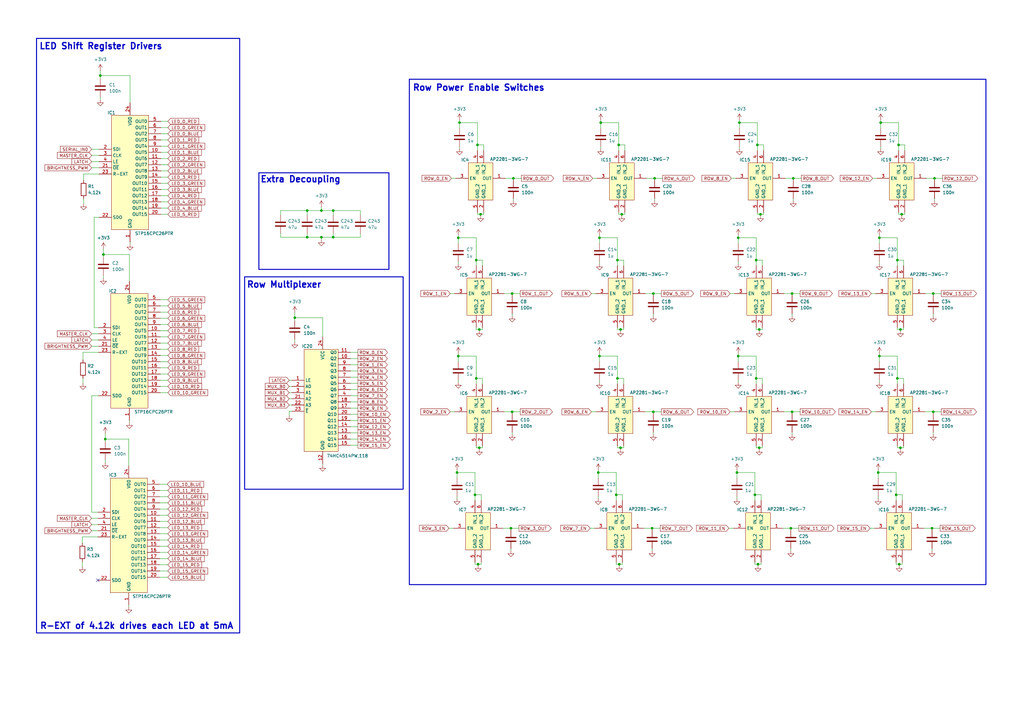
<source format=kicad_sch>
(kicad_sch (version 20230121) (generator eeschema)
  (paper "A3")
  (title_block (title "LED Matrix Driving Circuitry") (rev "v1.0"))
  (junction (at 210.058 120.396))
  (junction (at 360.68 146.05))
  (junction (at 210.566 73.152))
  (junction (at 252.73 202.946))
  (junction (at 369.316 135.128))
  (junction (at 43.18 180.086))
  (junction (at 120.904 130.302))
  (junction (at 196.596 135.128))
  (junction (at 325.374 73.152))
  (junction (at 367.538 202.946))
  (junction (at 303.276 50.292))
  (junction (at 324.358 216.662))
  (junction (at 195.326 155.194))
  (junction (at 311.404 183.642))
  (junction (at 245.364 193.802))
  (junction (at 360.172 193.802))
  (junction (at 368.046 106.68))
  (junction (at 302.26 193.802))
  (junction (at 268.478 73.152))
  (junction (at 245.872 146.05))
  (junction (at 369.316 183.642))
  (junction (at 195.326 106.68))
  (junction (at 187.452 193.802))
  (junction (at 324.866 120.396))
  (junction (at 302.768 146.05))
  (junction (at 311.912 87.884))
  (junction (at 42.418 104.394))
  (junction (at 361.188 50.292))
  (junction (at 324.866 168.91))
  (junction (at 41.148 30.988))
  (junction (at 136.652 97.282))
  (junction (at 368.554 59.436))
  (junction (at 382.778 120.396))
  (junction (at 131.826 86.36))
  (junction (at 210.058 168.91))
  (junction (at 187.96 146.05))
  (junction (at 254 231.394))
  (junction (at 196.596 183.642))
  (junction (at 196.088 231.394))
  (junction (at 310.896 231.394))
  (junction (at 360.68 97.536))
  (junction (at 253.746 59.436))
  (junction (at 125.984 86.36))
  (junction (at 302.768 97.536))
  (junction (at 136.652 86.36))
  (junction (at 253.238 155.194))
  (junction (at 267.462 216.662))
  (junction (at 267.97 168.91))
  (junction (at 246.38 50.292))
  (junction (at 254.508 135.128))
  (junction (at 197.104 87.884))
  (junction (at 245.872 97.536))
  (junction (at 311.404 135.128))
  (junction (at 369.824 87.884))
  (junction (at 131.826 97.282))
  (junction (at 125.984 97.282))
  (junction (at 382.778 168.91))
  (junction (at 254.508 183.642))
  (junction (at 310.134 106.68))
  (junction (at 382.27 216.662))
  (junction (at 194.818 202.946))
  (junction (at 310.642 59.436))
  (junction (at 368.046 155.194))
  (junction (at 383.286 73.152))
  (junction (at 310.134 155.194))
  (junction (at 255.016 87.884))
  (junction (at 253.238 106.68))
  (junction (at 368.808 231.394))
  (junction (at 188.468 50.292))
  (junction (at 209.55 216.662))
  (junction (at 267.97 120.396))
  (junction (at 187.96 97.536))
  (junction (at 309.626 202.946))
  (junction (at 195.834 59.436))
  (no_connect (at 40.132 237.998))
  (wire (pts (xy 143.764 180.086) (xy 146.812 180.086)))
  (wire (pts (xy 309.626 205.232) (xy 309.626 202.946)))
  (wire (pts (xy 264.16 216.662) (xy 267.462 216.662)))
  (wire (pts (xy 310.134 97.536) (xy 302.768 97.536)))
  (wire (pts (xy 37.592 66.294) (xy 40.64 66.294)))
  (wire (pts (xy 37.592 162.306) (xy 37.592 210.058)))
  (wire (pts (xy 253.746 59.436) (xy 253.746 50.292)))
  (wire (pts (xy 253.238 146.05) (xy 245.872 146.05)))
  (wire (pts (xy 299.974 73.152) (xy 301.752 73.152)))
  (wire (pts (xy 65.786 140.716) (xy 68.834 140.716)))
  (wire (pts (xy 65.786 145.796) (xy 68.834 145.796)))
  (wire (pts (xy 360.68 96.52) (xy 360.68 97.536)))
  (wire (pts (xy 33.782 230.378) (xy 33.782 232.41)))
  (wire (pts (xy 256.286 87.884) (xy 256.286 87.122)))
  (wire (pts (xy 245.872 145.034) (xy 245.872 146.05)))
  (wire (pts (xy 195.834 59.436) (xy 195.834 50.292)))
  (wire (pts (xy 118.618 168.656) (xy 119.634 168.656)))
  (wire (pts (xy 65.532 221.488) (xy 68.834 221.488)))
  (wire (pts (xy 252.73 202.946) (xy 252.73 193.802)))
  (wire (pts (xy 268.478 73.152) (xy 271.78 73.152)))
  (wire (pts (xy 367.538 202.946) (xy 367.538 193.802)))
  (wire (pts (xy 310.134 182.88) (xy 310.134 183.642)))
  (wire (pts (xy 33.782 222.758) (xy 33.782 220.218)))
  (wire (pts (xy 206.756 120.396) (xy 210.058 120.396)))
  (wire (pts (xy 143.764 167.386) (xy 146.812 167.386)))
  (wire (pts (xy 310.134 108.966) (xy 310.134 106.68)))
  (wire (pts (xy 370.586 135.128) (xy 370.586 134.366)))
  (wire (pts (xy 382.778 177.292) (xy 382.778 178.054)))
  (wire (pts (xy 65.532 226.568) (xy 68.834 226.568)))
  (wire (pts (xy 65.786 143.256) (xy 68.834 143.256)))
  (wire (pts (xy 194.818 202.946) (xy 194.818 193.802)))
  (wire (pts (xy 52.832 180.086) (xy 43.18 180.086)))
  (wire (pts (xy 198.374 87.884) (xy 198.374 87.122)))
  (wire (pts (xy 324.358 216.662) (xy 324.358 217.424)))
  (wire (pts (xy 310.134 157.48) (xy 310.134 155.194)))
  (wire (pts (xy 255.778 183.642) (xy 255.778 182.88)))
  (wire (pts (xy 66.04 77.724) (xy 68.834 77.724)))
  (wire (pts (xy 37.592 63.754) (xy 40.64 63.754)))
  (wire (pts (xy 143.764 144.526) (xy 146.812 144.526)))
  (wire (pts (xy 370.586 108.966) (xy 370.586 106.68)))
  (wire (pts (xy 143.764 152.146) (xy 146.812 152.146)))
  (wire (pts (xy 66.04 62.484) (xy 68.834 62.484)))
  (wire (pts (xy 254.508 183.642) (xy 255.778 183.642)))
  (wire (pts (xy 143.764 164.846) (xy 146.812 164.846)))
  (wire (pts (xy 143.764 169.926) (xy 146.812 169.926)))
  (wire (pts (xy 187.452 192.786) (xy 187.452 193.802)))
  (wire (pts (xy 360.172 192.786) (xy 360.172 193.802)))
  (wire (pts (xy 253.238 182.88) (xy 253.238 183.642)))
  (wire (pts (xy 65.786 125.476) (xy 68.834 125.476)))
  (wire (pts (xy 66.04 49.784) (xy 68.834 49.784)))
  (wire (pts (xy 195.326 155.194) (xy 195.326 146.05)))
  (wire (pts (xy 65.532 211.328) (xy 68.834 211.328)))
  (wire (pts (xy 357.886 73.152) (xy 359.664 73.152)))
  (wire (pts (xy 66.04 85.344) (xy 68.834 85.344)))
  (wire (pts (xy 41.148 39.878) (xy 41.148 40.894)))
  (wire (pts (xy 360.68 155.956) (xy 360.68 156.718)))
  (wire (pts (xy 66.04 65.024) (xy 68.834 65.024)))
  (wire (pts (xy 65.786 135.636) (xy 68.834 135.636)))
  (wire (pts (xy 379.984 73.152) (xy 383.286 73.152)))
  (wire (pts (xy 118.618 163.576) (xy 119.634 163.576)))
  (wire (pts (xy 147.828 97.282) (xy 136.652 97.282)))
  (wire (pts (xy 253.238 97.536) (xy 245.872 97.536)))
  (wire (pts (xy 253.238 135.128) (xy 254.508 135.128)))
  (wire (pts (xy 264.668 168.91) (xy 267.97 168.91)))
  (wire (pts (xy 43.18 188.722) (xy 43.18 189.738)))
  (wire (pts (xy 310.896 231.394) (xy 312.166 231.394)))
  (wire (pts (xy 368.046 134.366) (xy 368.046 135.128)))
  (wire (pts (xy 254.508 183.642) (xy 254.508 184.15)))
  (wire (pts (xy 382.778 128.778) (xy 382.778 129.54)))
  (wire (pts (xy 195.326 135.128) (xy 196.596 135.128)))
  (wire (pts (xy 303.276 60.198) (xy 303.276 60.96)))
  (wire (pts (xy 310.642 87.884) (xy 311.912 87.884)))
  (wire (pts (xy 197.866 155.194) (xy 195.326 155.194)))
  (wire (pts (xy 197.358 202.946) (xy 194.818 202.946)))
  (wire (pts (xy 370.586 155.194) (xy 368.046 155.194)))
  (wire (pts (xy 42.418 102.108) (xy 42.418 104.394)))
  (wire (pts (xy 252.73 231.394) (xy 254 231.394)))
  (wire (pts (xy 195.834 50.292) (xy 188.468 50.292)))
  (wire (pts (xy 312.674 135.128) (xy 312.674 134.366)))
  (wire (pts (xy 66.04 80.264) (xy 68.834 80.264)))
  (wire (pts (xy 187.96 97.536) (xy 187.96 99.822)))
  (wire (pts (xy 43.18 180.086) (xy 43.18 181.102)))
  (wire (pts (xy 309.626 202.946) (xy 309.626 193.802)))
  (wire (pts (xy 267.97 128.778) (xy 267.97 129.54)))
  (wire (pts (xy 188.468 49.276) (xy 188.468 50.292)))
  (wire (pts (xy 115.062 97.282) (xy 125.984 97.282)))
  (wire (pts (xy 143.764 175.006) (xy 146.812 175.006)))
  (wire (pts (xy 255.778 155.194) (xy 253.238 155.194)))
  (wire (pts (xy 309.626 231.394) (xy 310.896 231.394)))
  (wire (pts (xy 115.062 86.36) (xy 125.984 86.36)))
  (wire (pts (xy 125.984 86.36) (xy 125.984 88.138)))
  (wire (pts (xy 37.592 139.446) (xy 40.386 139.446)))
  (wire (pts (xy 197.866 183.642) (xy 197.866 182.88)))
  (wire (pts (xy 369.316 135.128) (xy 369.316 135.636)))
  (wire (pts (xy 312.674 155.194) (xy 310.134 155.194)))
  (wire (pts (xy 253.238 134.366) (xy 253.238 135.128)))
  (wire (pts (xy 131.826 86.36) (xy 131.826 84.836)))
  (wire (pts (xy 310.134 106.68) (xy 310.134 97.536)))
  (wire (pts (xy 132.334 190.246) (xy 132.334 190.754)))
  (wire (pts (xy 65.532 224.028) (xy 68.834 224.028)))
  (wire (pts (xy 371.094 59.436) (xy 368.554 59.436)))
  (wire (pts (xy 187.96 146.05) (xy 187.96 148.336)))
  (wire (pts (xy 65.532 231.648) (xy 68.834 231.648)))
  (wire (pts (xy 367.538 193.802) (xy 360.172 193.802)))
  (wire (pts (xy 368.808 231.394) (xy 368.808 231.902)))
  (wire (pts (xy 325.374 81.534) (xy 325.374 82.296)))
  (wire (pts (xy 383.286 73.152) (xy 386.588 73.152)))
  (wire (pts (xy 65.786 150.876) (xy 68.834 150.876)))
  (wire (pts (xy 53.34 99.314) (xy 53.34 100.076)))
  (wire (pts (xy 253.238 108.966) (xy 253.238 106.68)))
  (wire (pts (xy 115.062 88.138) (xy 115.062 86.36)))
  (wire (pts (xy 65.786 130.556) (xy 68.834 130.556)))
  (wire (pts (xy 66.04 54.864) (xy 68.834 54.864)))
  (wire (pts (xy 368.046 135.128) (xy 369.316 135.128)))
  (wire (pts (xy 310.642 61.722) (xy 310.642 59.436)))
  (wire (pts (xy 368.554 87.884) (xy 369.824 87.884)))
  (wire (pts (xy 34.29 71.374) (xy 40.64 71.374)))
  (wire (pts (xy 324.358 225.044) (xy 324.358 225.806)))
  (wire (pts (xy 66.04 59.944) (xy 68.834 59.944)))
  (wire (pts (xy 143.764 149.606) (xy 146.812 149.606)))
  (wire (pts (xy 65.786 161.036) (xy 68.834 161.036)))
  (wire (pts (xy 42.418 104.394) (xy 42.418 105.41)))
  (wire (pts (xy 382.778 168.91) (xy 386.08 168.91)))
  (wire (pts (xy 254.508 135.128) (xy 255.778 135.128)))
  (wire (pts (xy 360.68 107.442) (xy 360.68 108.204)))
  (wire (pts (xy 65.532 208.788) (xy 68.834 208.788)))
  (wire (pts (xy 368.046 182.88) (xy 368.046 183.642)))
  (wire (pts (xy 303.276 49.276) (xy 303.276 50.292)))
  (wire (pts (xy 371.094 61.722) (xy 371.094 59.436)))
  (wire (pts (xy 357.378 168.91) (xy 359.156 168.91)))
  (wire (pts (xy 187.96 107.442) (xy 187.96 108.204)))
  (wire (pts (xy 382.778 120.396) (xy 382.778 121.158)))
  (wire (pts (xy 196.088 231.394) (xy 196.088 231.902)))
  (wire (pts (xy 267.97 168.91) (xy 267.97 169.672)))
  (wire (pts (xy 299.466 168.91) (xy 301.244 168.91)))
  (wire (pts (xy 370.078 202.946) (xy 367.538 202.946)))
  (wire (pts (xy 195.834 61.722) (xy 195.834 59.436)))
  (wire (pts (xy 131.826 97.282) (xy 131.826 98.298)))
  (wire (pts (xy 367.538 230.632) (xy 367.538 231.394)))
  (wire (pts (xy 197.358 205.232) (xy 197.358 202.946)))
  (wire (pts (xy 371.094 87.884) (xy 371.094 87.122)))
  (wire (pts (xy 210.566 73.152) (xy 213.868 73.152)))
  (wire (pts (xy 66.04 72.644) (xy 68.834 72.644)))
  (wire (pts (xy 33.782 220.218) (xy 40.132 220.218)))
  (wire (pts (xy 245.364 203.708) (xy 245.364 204.47)))
  (wire (pts (xy 369.316 183.642) (xy 369.316 184.15)))
  (wire (pts (xy 311.404 183.642) (xy 312.674 183.642)))
  (wire (pts (xy 312.674 183.642) (xy 312.674 182.88)))
  (wire (pts (xy 197.104 87.884) (xy 198.374 87.884)))
  (wire (pts (xy 194.818 230.632) (xy 194.818 231.394)))
  (wire (pts (xy 195.326 182.88) (xy 195.326 183.642)))
  (wire (pts (xy 120.904 139.192) (xy 120.904 140.208)))
  (wire (pts (xy 143.764 159.766) (xy 146.812 159.766)))
  (wire (pts (xy 313.182 59.436) (xy 310.642 59.436)))
  (wire (pts (xy 311.404 183.642) (xy 311.404 184.15)))
  (wire (pts (xy 368.554 50.292) (xy 361.188 50.292)))
  (wire (pts (xy 136.652 86.36) (xy 131.826 86.36)))
  (wire (pts (xy 195.326 134.366) (xy 195.326 135.128)))
  (wire (pts (xy 132.334 138.176) (xy 132.334 130.302)))
  (wire (pts (xy 369.316 135.128) (xy 370.586 135.128)))
  (wire (pts (xy 65.786 138.176) (xy 68.834 138.176)))
  (wire (pts (xy 52.832 248.158) (xy 52.832 248.92)))
  (wire (pts (xy 361.188 60.198) (xy 361.188 60.96)))
  (wire (pts (xy 66.04 52.324) (xy 68.834 52.324)))
  (wire (pts (xy 311.912 87.884) (xy 313.182 87.884)))
  (wire (pts (xy 210.058 168.91) (xy 210.058 169.672)))
  (wire (pts (xy 267.462 216.662) (xy 267.462 217.424)))
  (wire (pts (xy 65.532 201.168) (xy 68.834 201.168)))
  (wire (pts (xy 65.786 158.496) (xy 68.834 158.496)))
  (wire (pts (xy 383.286 73.152) (xy 383.286 73.914)))
  (wire (pts (xy 245.364 192.786) (xy 245.364 193.802)))
  (wire (pts (xy 368.046 97.536) (xy 360.68 97.536)))
  (wire (pts (xy 383.286 81.534) (xy 383.286 82.296)))
  (wire (pts (xy 367.538 205.232) (xy 367.538 202.946)))
  (wire (pts (xy 184.15 216.662) (xy 185.928 216.662)))
  (wire (pts (xy 382.778 168.91) (xy 382.778 169.672)))
  (wire (pts (xy 136.652 95.758) (xy 136.652 97.282)))
  (wire (pts (xy 361.188 49.276) (xy 361.188 50.292)))
  (wire (pts (xy 37.592 141.986) (xy 40.386 141.986)))
  (wire (pts (xy 196.596 183.642) (xy 197.866 183.642)))
  (wire (pts (xy 367.538 231.394) (xy 368.808 231.394)))
  (wire (pts (xy 143.764 177.546) (xy 146.812 177.546)))
  (wire (pts (xy 253.746 87.122) (xy 253.746 87.884)))
  (wire (pts (xy 302.768 96.52) (xy 302.768 97.536)))
  (wire (pts (xy 195.326 183.642) (xy 196.596 183.642)))
  (wire (pts (xy 253.238 155.194) (xy 253.238 146.05)))
  (wire (pts (xy 255.778 135.128) (xy 255.778 134.366)))
  (wire (pts (xy 143.764 147.066) (xy 146.812 147.066)))
  (wire (pts (xy 268.478 73.152) (xy 268.478 73.914)))
  (wire (pts (xy 312.166 205.232) (xy 312.166 202.946)))
  (wire (pts (xy 53.34 30.988) (xy 41.148 30.988)))
  (wire (pts (xy 65.532 236.728) (xy 68.834 236.728)))
  (wire (pts (xy 325.374 73.152) (xy 325.374 73.914)))
  (wire (pts (xy 379.476 168.91) (xy 382.778 168.91)))
  (wire (pts (xy 41.148 30.988) (xy 41.148 32.258)))
  (wire (pts (xy 209.55 216.662) (xy 209.55 217.424)))
  (wire (pts (xy 369.316 183.642) (xy 370.586 183.642)))
  (wire (pts (xy 187.452 203.708) (xy 187.452 204.47)))
  (wire (pts (xy 118.618 166.116) (xy 119.634 166.116)))
  (wire (pts (xy 245.872 107.442) (xy 245.872 108.204)))
  (wire (pts (xy 370.586 106.68) (xy 368.046 106.68)))
  (wire (pts (xy 132.334 130.302) (xy 120.904 130.302)))
  (wire (pts (xy 368.046 183.642) (xy 369.316 183.642)))
  (wire (pts (xy 143.764 182.626) (xy 146.812 182.626)))
  (wire (pts (xy 53.086 115.316) (xy 53.086 104.394)))
  (wire (pts (xy 53.34 42.164) (xy 53.34 30.988)))
  (wire (pts (xy 368.554 87.122) (xy 368.554 87.884)))
  (wire (pts (xy 246.38 60.198) (xy 246.38 60.96)))
  (wire (pts (xy 382.27 225.044) (xy 382.27 225.806)))
  (wire (pts (xy 302.768 97.536) (xy 302.768 99.822)))
  (wire (pts (xy 196.596 135.128) (xy 196.596 135.636)))
  (wire (pts (xy 311.912 87.884) (xy 311.912 88.392)))
  (wire (pts (xy 312.674 106.68) (xy 310.134 106.68)))
  (wire (pts (xy 38.608 89.154) (xy 38.608 134.366)))
  (wire (pts (xy 195.834 87.884) (xy 197.104 87.884)))
  (wire (pts (xy 43.18 177.8) (xy 43.18 180.086)))
  (wire (pts (xy 118.618 161.036) (xy 119.634 161.036)))
  (wire (pts (xy 303.276 50.292) (xy 303.276 52.578)))
  (wire (pts (xy 324.866 120.396) (xy 324.866 121.158)))
  (wire (pts (xy 253.746 61.722) (xy 253.746 59.436)))
  (wire (pts (xy 368.046 155.194) (xy 368.046 146.05)))
  (wire (pts (xy 210.058 168.91) (xy 213.36 168.91)))
  (wire (pts (xy 34.29 73.914) (xy 34.29 71.374)))
  (wire (pts (xy 312.166 231.394) (xy 312.166 230.632)))
  (wire (pts (xy 368.554 61.722) (xy 368.554 59.436)))
  (wire (pts (xy 198.374 59.436) (xy 195.834 59.436)))
  (wire (pts (xy 197.866 135.128) (xy 197.866 134.366)))
  (wire (pts (xy 302.768 146.05) (xy 302.768 148.336)))
  (wire (pts (xy 195.326 146.05) (xy 187.96 146.05)))
  (wire (pts (xy 302.768 155.956) (xy 302.768 156.718)))
  (wire (pts (xy 185.166 73.152) (xy 186.944 73.152)))
  (wire (pts (xy 255.27 202.946) (xy 252.73 202.946)))
  (wire (pts (xy 66.04 57.404) (xy 68.834 57.404)))
  (wire (pts (xy 37.592 68.834) (xy 40.64 68.834)))
  (wire (pts (xy 184.658 168.91) (xy 186.436 168.91)))
  (wire (pts (xy 34.036 155.194) (xy 34.036 157.226)))
  (wire (pts (xy 196.596 135.128) (xy 197.866 135.128)))
  (wire (pts (xy 264.668 120.396) (xy 267.97 120.396)))
  (wire (pts (xy 196.088 231.394) (xy 197.358 231.394)))
  (wire (pts (xy 382.778 120.396) (xy 386.08 120.396)))
  (wire (pts (xy 118.618 155.956) (xy 119.634 155.956)))
  (wire (pts (xy 143.764 157.226) (xy 146.812 157.226)))
  (wire (pts (xy 246.38 50.292) (xy 246.38 52.578)))
  (wire (pts (xy 368.554 59.436) (xy 368.554 50.292)))
  (wire (pts (xy 34.036 147.574) (xy 34.036 144.526)))
  (wire (pts (xy 210.058 177.292) (xy 210.058 178.054)))
  (wire (pts (xy 267.97 177.292) (xy 267.97 178.054)))
  (wire (pts (xy 302.768 107.442) (xy 302.768 108.204)))
  (wire (pts (xy 382.27 216.662) (xy 385.572 216.662)))
  (wire (pts (xy 209.55 216.662) (xy 212.852 216.662)))
  (wire (pts (xy 206.756 168.91) (xy 210.058 168.91)))
  (wire (pts (xy 255.27 205.232) (xy 255.27 202.946)))
  (wire (pts (xy 40.386 162.306) (xy 37.592 162.306)))
  (wire (pts (xy 370.586 157.48) (xy 370.586 155.194)))
  (wire (pts (xy 66.04 87.884) (xy 68.834 87.884)))
  (wire (pts (xy 184.658 120.396) (xy 186.436 120.396)))
  (wire (pts (xy 321.564 168.91) (xy 324.866 168.91)))
  (wire (pts (xy 125.984 86.36) (xy 131.826 86.36)))
  (wire (pts (xy 42.418 113.03) (xy 42.418 114.046)))
  (wire (pts (xy 37.592 212.598) (xy 40.132 212.598)))
  (wire (pts (xy 136.652 88.138) (xy 136.652 86.36)))
  (wire (pts (xy 302.26 193.802) (xy 302.26 196.088)))
  (wire (pts (xy 242.062 216.662) (xy 243.84 216.662)))
  (wire (pts (xy 255.778 157.48) (xy 255.778 155.194)))
  (wire (pts (xy 378.968 216.662) (xy 382.27 216.662)))
  (wire (pts (xy 369.824 87.884) (xy 371.094 87.884)))
  (wire (pts (xy 194.818 193.802) (xy 187.452 193.802)))
  (wire (pts (xy 38.608 134.366) (xy 40.386 134.366)))
  (wire (pts (xy 368.046 106.68) (xy 368.046 97.536)))
  (wire (pts (xy 310.896 231.394) (xy 310.896 231.902)))
  (wire (pts (xy 310.642 87.122) (xy 310.642 87.884)))
  (wire (pts (xy 256.286 61.722) (xy 256.286 59.436)))
  (wire (pts (xy 324.866 168.91) (xy 324.866 169.672)))
  (wire (pts (xy 253.238 106.68) (xy 253.238 97.536)))
  (wire (pts (xy 37.592 215.138) (xy 40.132 215.138)))
  (wire (pts (xy 242.57 168.91) (xy 244.348 168.91)))
  (wire (pts (xy 52.832 191.008) (xy 52.832 180.086)))
  (wire (pts (xy 37.592 210.058) (xy 40.132 210.058)))
  (wire (pts (xy 324.866 128.778) (xy 324.866 129.54)))
  (wire (pts (xy 115.062 95.758) (xy 115.062 97.282)))
  (wire (pts (xy 197.866 106.68) (xy 195.326 106.68)))
  (wire (pts (xy 242.57 120.396) (xy 244.348 120.396)))
  (wire (pts (xy 188.468 60.198) (xy 188.468 60.96)))
  (wire (pts (xy 198.374 61.722) (xy 198.374 59.436)))
  (wire (pts (xy 210.566 81.534) (xy 210.566 82.296)))
  (wire (pts (xy 65.786 122.936) (xy 68.834 122.936)))
  (wire (pts (xy 188.468 50.292) (xy 188.468 52.578)))
  (wire (pts (xy 360.68 146.05) (xy 360.68 148.336)))
  (wire (pts (xy 255.27 231.394) (xy 255.27 230.632)))
  (wire (pts (xy 310.134 183.642) (xy 311.404 183.642)))
  (wire (pts (xy 53.086 104.394) (xy 42.418 104.394)))
  (wire (pts (xy 195.326 108.966) (xy 195.326 106.68)))
  (wire (pts (xy 324.866 168.91) (xy 328.168 168.91)))
  (wire (pts (xy 253.746 50.292) (xy 246.38 50.292)))
  (wire (pts (xy 302.768 145.034) (xy 302.768 146.05)))
  (wire (pts (xy 37.592 217.678) (xy 40.132 217.678)))
  (wire (pts (xy 194.818 231.394) (xy 196.088 231.394)))
  (wire (pts (xy 254 231.394) (xy 254 231.902)))
  (wire (pts (xy 195.834 87.122) (xy 195.834 87.884)))
  (wire (pts (xy 325.374 73.152) (xy 328.676 73.152)))
  (wire (pts (xy 324.358 216.662) (xy 327.66 216.662)))
  (wire (pts (xy 245.364 193.802) (xy 245.364 196.088)))
  (wire (pts (xy 210.566 73.152) (xy 210.566 73.914)))
  (wire (pts (xy 197.866 157.48) (xy 197.866 155.194)))
  (wire (pts (xy 195.326 106.68) (xy 195.326 97.536)))
  (wire (pts (xy 267.462 216.662) (xy 270.764 216.662)))
  (wire (pts (xy 65.532 213.868) (xy 68.834 213.868)))
  (wire (pts (xy 66.04 70.104) (xy 68.834 70.104)))
  (wire (pts (xy 309.626 230.632) (xy 309.626 231.394)))
  (wire (pts (xy 255.778 106.68) (xy 253.238 106.68)))
  (wire (pts (xy 313.182 87.884) (xy 313.182 87.122)))
  (wire (pts (xy 37.592 61.214) (xy 40.64 61.214)))
  (wire (pts (xy 187.96 145.034) (xy 187.96 146.05)))
  (wire (pts (xy 255.778 108.966) (xy 255.778 106.68)))
  (wire (pts (xy 210.058 128.778) (xy 210.058 129.54)))
  (wire (pts (xy 65.532 216.408) (xy 68.834 216.408)))
  (wire (pts (xy 255.016 87.884) (xy 256.286 87.884)))
  (wire (pts (xy 310.134 146.05) (xy 302.768 146.05)))
  (wire (pts (xy 243.078 73.152) (xy 244.856 73.152)))
  (wire (pts (xy 310.134 135.128) (xy 311.404 135.128)))
  (wire (pts (xy 252.73 205.232) (xy 252.73 202.946)))
  (wire (pts (xy 125.984 97.282) (xy 131.826 97.282)))
  (wire (pts (xy 65.786 155.956) (xy 68.834 155.956)))
  (wire (pts (xy 302.26 203.708) (xy 302.26 204.47)))
  (wire (pts (xy 65.532 234.188) (xy 68.834 234.188)))
  (wire (pts (xy 65.532 218.948) (xy 68.834 218.948)))
  (wire (pts (xy 299.466 120.396) (xy 301.244 120.396)))
  (wire (pts (xy 254.508 135.128) (xy 254.508 135.636)))
  (wire (pts (xy 312.166 202.946) (xy 309.626 202.946)))
  (wire (pts (xy 370.078 205.232) (xy 370.078 202.946)))
  (wire (pts (xy 65.786 153.416) (xy 68.834 153.416)))
  (wire (pts (xy 53.086 172.466) (xy 53.086 173.228)))
  (wire (pts (xy 310.642 50.292) (xy 303.276 50.292)))
  (wire (pts (xy 312.674 157.48) (xy 312.674 155.194)))
  (wire (pts (xy 120.904 128.27) (xy 120.904 130.302)))
  (wire (pts (xy 118.618 158.496) (xy 119.634 158.496)))
  (wire (pts (xy 253.238 183.642) (xy 254.508 183.642)))
  (wire (pts (xy 321.056 216.662) (xy 324.358 216.662)))
  (wire (pts (xy 267.462 225.044) (xy 267.462 225.806)))
  (wire (pts (xy 267.97 168.91) (xy 271.272 168.91)))
  (wire (pts (xy 245.872 155.956) (xy 245.872 156.718)))
  (wire (pts (xy 209.55 225.044) (xy 209.55 225.806)))
  (wire (pts (xy 66.04 75.184) (xy 68.834 75.184)))
  (wire (pts (xy 210.058 120.396) (xy 213.36 120.396)))
  (wire (pts (xy 41.148 28.956) (xy 41.148 30.988)))
  (wire (pts (xy 66.04 67.564) (xy 68.834 67.564)))
  (wire (pts (xy 65.532 198.628) (xy 68.58 198.628)))
  (wire (pts (xy 206.248 216.662) (xy 209.55 216.662)))
  (wire (pts (xy 267.97 120.396) (xy 271.272 120.396)))
  (wire (pts (xy 246.38 49.276) (xy 246.38 50.292)))
  (wire (pts (xy 207.264 73.152) (xy 210.566 73.152)))
  (wire (pts (xy 382.27 216.662) (xy 382.27 217.424)))
  (wire (pts (xy 195.326 97.536) (xy 187.96 97.536)))
  (wire (pts (xy 187.96 155.956) (xy 187.96 156.718)))
  (wire (pts (xy 321.564 120.396) (xy 324.866 120.396)))
  (wire (pts (xy 187.96 96.52) (xy 187.96 97.536)))
  (wire (pts (xy 34.036 144.526) (xy 40.386 144.526)))
  (wire (pts (xy 197.358 231.394) (xy 197.358 230.632)))
  (wire (pts (xy 252.73 193.802) (xy 245.364 193.802)))
  (wire (pts (xy 65.786 133.096) (xy 68.834 133.096)))
  (wire (pts (xy 356.87 216.662) (xy 358.648 216.662)))
  (wire (pts (xy 245.872 97.536) (xy 245.872 99.822)))
  (wire (pts (xy 357.378 120.396) (xy 359.156 120.396)))
  (wire (pts (xy 368.046 146.05) (xy 360.68 146.05)))
  (wire (pts (xy 324.866 177.292) (xy 324.866 178.054)))
  (wire (pts (xy 265.176 73.152) (xy 268.478 73.152)))
  (wire (pts (xy 309.626 193.802) (xy 302.26 193.802)))
  (wire (pts (xy 187.452 193.802) (xy 187.452 196.088)))
  (wire (pts (xy 196.596 183.642) (xy 196.596 184.15)))
  (wire (pts (xy 65.532 229.108) (xy 68.834 229.108)))
  (wire (pts (xy 143.764 172.466) (xy 146.812 172.466)))
  (wire (pts (xy 360.68 97.536) (xy 360.68 99.822)))
  (wire (pts (xy 370.078 231.394) (xy 370.078 230.632)))
  (wire (pts (xy 268.478 81.534) (xy 268.478 82.296)))
  (wire (pts (xy 360.68 145.034) (xy 360.68 146.05)))
  (wire (pts (xy 368.046 108.966) (xy 368.046 106.68)))
  (wire (pts (xy 120.904 130.302) (xy 120.904 131.572)))
  (wire (pts (xy 253.746 87.884) (xy 255.016 87.884)))
  (wire (pts (xy 197.866 108.966) (xy 197.866 106.68)))
  (wire (pts (xy 255.016 87.884) (xy 255.016 88.392)))
  (wire (pts (xy 368.046 157.48) (xy 368.046 155.194)))
  (wire (pts (xy 143.764 162.306) (xy 146.812 162.306)))
  (wire (pts (xy 369.824 87.884) (xy 369.824 88.392)))
  (wire (pts (xy 370.586 183.642) (xy 370.586 182.88)))
  (wire (pts (xy 147.828 95.758) (xy 147.828 97.282)))
  (wire (pts (xy 37.592 136.906) (xy 40.386 136.906)))
  (wire (pts (xy 210.058 120.396) (xy 210.058 121.158)))
  (wire (pts (xy 253.238 157.48) (xy 253.238 155.194)))
  (wire (pts (xy 195.326 157.48) (xy 195.326 155.194)))
  (wire (pts (xy 197.104 87.884) (xy 197.104 88.392)))
  (wire (pts (xy 311.404 135.128) (xy 312.674 135.128)))
  (wire (pts (xy 40.64 89.154) (xy 38.608 89.154)))
  (wire (pts (xy 65.532 206.248) (xy 68.834 206.248)))
  (wire (pts (xy 254 231.394) (xy 255.27 231.394)))
  (wire (pts (xy 136.652 97.282) (xy 131.826 97.282)))
  (wire (pts (xy 302.26 192.786) (xy 302.26 193.802)))
  (wire (pts (xy 34.29 81.534) (xy 34.29 83.566)))
  (wire (pts (xy 368.808 231.394) (xy 370.078 231.394)))
  (wire (pts (xy 143.764 154.686) (xy 146.812 154.686)))
  (wire (pts (xy 324.866 120.396) (xy 328.168 120.396)))
  (wire (pts (xy 379.476 120.396) (xy 382.778 120.396)))
  (wire (pts (xy 147.828 86.36) (xy 136.652 86.36)))
  (wire (pts (xy 194.818 205.232) (xy 194.818 202.946)))
  (wire (pts (xy 322.072 73.152) (xy 325.374 73.152)))
  (wire (pts (xy 313.182 61.722) (xy 313.182 59.436)))
  (wire (pts (xy 118.618 170.434) (xy 118.618 168.656)))
  (wire (pts (xy 311.404 135.128) (xy 311.404 135.636)))
  (wire (pts (xy 252.73 230.632) (xy 252.73 231.394)))
  (wire (pts (xy 245.872 96.52) (xy 245.872 97.536)))
  (wire (pts (xy 360.172 203.708) (xy 360.172 204.47)))
  (wire (pts (xy 267.97 120.396) (xy 267.97 121.158)))
  (wire (pts (xy 65.786 148.336) (xy 68.834 148.336)))
  (wire (pts (xy 312.674 108.966) (xy 312.674 106.68)))
  (wire (pts (xy 310.642 59.436) (xy 310.642 50.292)))
  (wire (pts (xy 65.786 128.016) (xy 68.834 128.016)))
  (wire (pts (xy 298.958 216.662) (xy 300.736 216.662)))
  (wire (pts (xy 66.04 82.804) (xy 68.834 82.804)))
  (wire (pts (xy 125.984 95.758) (xy 125.984 97.282)))
  (wire (pts (xy 245.872 146.05) (xy 245.872 148.336)))
  (wire (pts (xy 310.134 134.366) (xy 310.134 135.128)))
  (wire (pts (xy 147.828 88.138) (xy 147.828 86.36)))
  (wire (pts (xy 361.188 50.292) (xy 361.188 52.578)))
  (wire (pts (xy 310.134 155.194) (xy 310.134 146.05)))
  (wire (pts (xy 65.532 203.708) (xy 68.834 203.708)))
  (wire (pts (xy 256.286 59.436) (xy 253.746 59.436)))
  (wire (pts (xy 360.172 193.802) (xy 360.172 196.088)))
  (rectangle (start 100.33 113.538) (end 165.354 200.66) (stroke (width 0.4)))
  (rectangle (start 106.172 70.866) (end 159.512 110.49) (stroke (width 0.4)))
  (rectangle (start 14.986 15.748) (end 98.298 259.588) (stroke (width 0.4)))
  (rectangle (start 167.894 32.512) (end 404.368 239.776) (stroke (width 0.4)))
  (text "R-EXT of 4.12k drives each LED at 5mA" (at 16.256 258.318 0) (effects (font (size 2.54 2.54) (thickness 0.508) bold) (justify left bottom)))
  (text "Row Power Enable Switches" (at 169.164 37.592 0) (effects (font (size 2.54 2.54) (thickness 0.508) bold) (justify left bottom)))
  (text "LED Shift Register Drivers" (at 16.002 20.574 0) (effects (font (size 2.54 2.54) (thickness 0.508) bold) (justify left bottom)))
  (text "Row Multiplexer" (at 101.092 118.364 0) (effects (font (size 2.54 2.54) (thickness 0.508) bold) (justify left bottom)))
  (text "Extra Decoupling" (at 106.68 75.184 0) (effects (font (size 2.54 2.54) (thickness 0.508) bold) (justify left bottom)))
  (global_label "LED_4_RED" (shape input) (at 68.834 80.264 0) (property "Intersheetrefs" "${INTERSHEET_REFS}" (effects hide)))
  (global_label "ROW_15_OUT" (shape output) (at 385.572 216.662 0) (property "Intersheetrefs" "${INTERSHEET_REFS}" (effects hide)))
  (global_label "BRIGHTNESS_PWM" (shape input) (at 37.592 68.834 180) (property "Intersheetrefs" "${INTERSHEET_REFS}" (effects hide)))
  (global_label "LED_5_BLUE" (shape input) (at 68.834 125.476 0) (property "Intersheetrefs" "${INTERSHEET_REFS}" (effects hide)))
  (global_label "LED_11_GREEN" (shape input) (at 68.834 203.708 0) (property "Intersheetrefs" "${INTERSHEET_REFS}" (effects hide)))
  (global_label "LED_6_RED" (shape input) (at 68.834 128.016 0) (property "Intersheetrefs" "${INTERSHEET_REFS}" (effects hide)))
  (global_label "ROW_4_OUT" (shape output) (at 271.78 73.152 0) (property "Intersheetrefs" "${INTERSHEET_REFS}" (effects hide)))
  (global_label "LED_5_GREEN" (shape input) (at 68.834 122.936 0) (property "Intersheetrefs" "${INTERSHEET_REFS}" (effects hide)))
  (global_label "ROW_6_EN" (shape input) (at 242.57 168.91 180) (property "Intersheetrefs" "${INTERSHEET_REFS}" (effects hide)))
  (global_label "LED_12_GREEN" (shape input) (at 68.834 211.328 0) (property "Intersheetrefs" "${INTERSHEET_REFS}" (effects hide)))
  (global_label "ROW_6_OUT" (shape output) (at 271.272 168.91 0) (property "Intersheetrefs" "${INTERSHEET_REFS}" (effects hide)))
  (global_label "LED_9_GREEN" (shape input) (at 68.834 153.416 0) (property "Intersheetrefs" "${INTERSHEET_REFS}" (effects hide)))
  (global_label "ROW_2_EN" (shape output) (at 146.812 147.066 0) (property "Intersheetrefs" "${INTERSHEET_REFS}" (effects hide)))
  (global_label "LED_13_BLUE" (shape input) (at 68.834 221.488 0) (property "Intersheetrefs" "${INTERSHEET_REFS}" (effects hide)))
  (global_label "LED_0_GREEN" (shape input) (at 68.834 52.324 0) (property "Intersheetrefs" "${INTERSHEET_REFS}" (effects hide)))
  (global_label "ROW_3_OUT" (shape output) (at 212.852 216.662 0) (property "Intersheetrefs" "${INTERSHEET_REFS}" (effects hide)))
  (global_label "LED_9_RED" (shape input) (at 68.834 150.876 0) (property "Intersheetrefs" "${INTERSHEET_REFS}" (effects hide)))
  (global_label "LED_11_BLUE" (shape input) (at 68.834 206.248 0) (property "Intersheetrefs" "${INTERSHEET_REFS}" (effects hide)))
  (global_label "LED_13_RED" (shape input) (at 68.834 216.408 0) (property "Intersheetrefs" "${INTERSHEET_REFS}" (effects hide)))
  (global_label "BRIGHTNESS_PWM" (shape input) (at 37.592 141.986 180) (property "Intersheetrefs" "${INTERSHEET_REFS}" (effects hide)))
  (global_label "ROW_11_EN" (shape output) (at 146.812 172.466 0) (property "Intersheetrefs" "${INTERSHEET_REFS}" (effects hide)))
  (global_label "ROW_1_EN" (shape input) (at 184.658 120.396 180) (property "Intersheetrefs" "${INTERSHEET_REFS}" (effects hide)))
  (global_label "LED_14_GREEN" (shape input) (at 68.834 226.568 0) (property "Intersheetrefs" "${INTERSHEET_REFS}" (effects hide)))
  (global_label "LATCH" (shape input) (at 37.592 139.446 180) (property "Intersheetrefs" "${INTERSHEET_REFS}" (effects hide)))
  (global_label "ROW_3_EN" (shape output) (at 146.812 152.146 0) (property "Intersheetrefs" "${INTERSHEET_REFS}" (effects hide)))
  (global_label "MASTER_CLK" (shape input) (at 37.592 63.754 180) (property "Intersheetrefs" "${INTERSHEET_REFS}" (effects hide)))
  (global_label "LED_5_RED" (shape input) (at 68.834 87.884 0) (property "Intersheetrefs" "${INTERSHEET_REFS}" (effects hide)))
  (global_label "ROW_7_OUT" (shape output) (at 270.764 216.662 0) (property "Intersheetrefs" "${INTERSHEET_REFS}" (effects hide)))
  (global_label "ROW_9_EN" (shape output) (at 146.812 167.386 0) (property "Intersheetrefs" "${INTERSHEET_REFS}" (effects hide)))
  (global_label "ROW_13_EN" (shape input) (at 357.378 120.396 180) (property "Intersheetrefs" "${INTERSHEET_REFS}" (effects hide)))
  (global_label "ROW_14_EN" (shape output) (at 146.812 180.086 0) (property "Intersheetrefs" "${INTERSHEET_REFS}" (effects hide)))
  (global_label "ROW_3_EN" (shape input) (at 184.15 216.662 180) (property "Intersheetrefs" "${INTERSHEET_REFS}" (effects hide)))
  (global_label "LED_8_BLUE" (shape input) (at 68.834 148.336 0) (property "Intersheetrefs" "${INTERSHEET_REFS}" (effects hide)))
  (global_label "ROW_13_OUT" (shape output) (at 386.08 120.396 0) (property "Intersheetrefs" "${INTERSHEET_REFS}" (effects hide)))
  (global_label "BRIGHTNESS_PWM" (shape input) (at 37.592 217.678 180) (property "Intersheetrefs" "${INTERSHEET_REFS}" (effects hide)))
  (global_label "LATCH" (shape input) (at 37.592 215.138 180) (property "Intersheetrefs" "${INTERSHEET_REFS}" (effects hide)))
  (global_label "LED_7_BLUE" (shape input) (at 68.834 140.716 0) (property "Intersheetrefs" "${INTERSHEET_REFS}" (effects hide)))
  (global_label "LED_3_GREEN" (shape input) (at 68.834 75.184 0) (property "Intersheetrefs" "${INTERSHEET_REFS}" (effects hide)))
  (global_label "ROW_15_EN" (shape output) (at 146.812 182.626 0) (property "Intersheetrefs" "${INTERSHEET_REFS}" (effects hide)))
  (global_label "LED_15_RED" (shape input) (at 68.834 231.648 0) (property "Intersheetrefs" "${INTERSHEET_REFS}" (effects hide)))
  (global_label "ROW_11_OUT" (shape output) (at 327.66 216.662 0) (property "Intersheetrefs" "${INTERSHEET_REFS}" (effects hide)))
  (global_label "LED_7_RED" (shape input) (at 68.834 135.636 0) (property "Intersheetrefs" "${INTERSHEET_REFS}" (effects hide)))
  (global_label "ROW_6_EN" (shape output) (at 146.812 159.766 0) (property "Intersheetrefs" "${INTERSHEET_REFS}" (effects hide)))
  (global_label "LATCH" (shape input) (at 37.592 66.294 180) (property "Intersheetrefs" "${INTERSHEET_REFS}" (effects hide)))
  (global_label "ROW_8_EN" (shape output) (at 146.812 164.846 0) (property "Intersheetrefs" "${INTERSHEET_REFS}" (effects hide)))
  (global_label "ROW_14_EN" (shape input) (at 357.378 168.91 180) (property "Intersheetrefs" "${INTERSHEET_REFS}" (effects hide)))
  (global_label "MUX_B3" (shape input) (at 118.618 166.116 180) (property "Intersheetrefs" "${INTERSHEET_REFS}" (effects hide)))
  (global_label "LED_0_RED" (shape input) (at 68.834 49.784 0) (property "Intersheetrefs" "${INTERSHEET_REFS}" (effects hide)))
  (global_label "ROW_14_OUT" (shape output) (at 386.08 168.91 0) (property "Intersheetrefs" "${INTERSHEET_REFS}" (effects hide)))
  (global_label "ROW_1_OUT" (shape output) (at 213.36 120.396 0) (property "Intersheetrefs" "${INTERSHEET_REFS}" (effects hide)))
  (global_label "ROW_10_EN" (shape input) (at 299.466 168.91 180) (property "Intersheetrefs" "${INTERSHEET_REFS}" (effects hide)))
  (global_label "ROW_12_EN" (shape output) (at 146.812 175.006 0) (property "Intersheetrefs" "${INTERSHEET_REFS}" (effects hide)))
  (global_label "ROW_2_EN" (shape input) (at 184.658 168.91 180) (property "Intersheetrefs" "${INTERSHEET_REFS}" (effects hide)))
  (global_label "ROW_5_EN" (shape input) (at 242.57 120.396 180) (property "Intersheetrefs" "${INTERSHEET_REFS}" (effects hide)))
  (global_label "LED_6_BLUE" (shape input) (at 68.834 133.096 0) (property "Intersheetrefs" "${INTERSHEET_REFS}" (effects hide)))
  (global_label "ROW_2_OUT" (shape output) (at 213.36 168.91 0) (property "Intersheetrefs" "${INTERSHEET_REFS}" (effects hide)))
  (global_label "LED_3_RED" (shape input) (at 68.834 72.644 0) (property "Intersheetrefs" "${INTERSHEET_REFS}" (effects hide)))
  (global_label "LED_2_GREEN" (shape input) (at 68.834 67.564 0) (property "Intersheetrefs" "${INTERSHEET_REFS}" (effects hide)))
  (global_label "LED_2_RED" (shape input) (at 68.834 65.024 0) (property "Intersheetrefs" "${INTERSHEET_REFS}" (effects hide)))
  (global_label "LED_10_BLUE" (shape input) (at 68.58 198.628 0) (property "Intersheetrefs" "${INTERSHEET_REFS}" (effects hide)))
  (global_label "ROW_7_EN" (shape input) (at 242.062 216.662 180) (property "Intersheetrefs" "${INTERSHEET_REFS}" (effects hide)))
  (global_label "MUX_B0" (shape input) (at 118.618 158.496 180) (property "Intersheetrefs" "${INTERSHEET_REFS}" (effects hide)))
  (global_label "ROW_1_EN" (shape output) (at 146.812 149.606 0) (property "Intersheetrefs" "${INTERSHEET_REFS}" (effects hide)))
  (global_label "MUX_B2" (shape input) (at 118.618 163.576 180) (property "Intersheetrefs" "${INTERSHEET_REFS}" (effects hide)))
  (global_label "MASTER_CLK" (shape input) (at 37.592 212.598 180) (property "Intersheetrefs" "${INTERSHEET_REFS}" (effects hide)))
  (global_label "LED_3_BLUE" (shape input) (at 68.834 77.724 0) (property "Intersheetrefs" "${INTERSHEET_REFS}" (effects hide)))
  (global_label "ROW_4_EN" (shape input) (at 243.078 73.152 180) (property "Intersheetrefs" "${INTERSHEET_REFS}" (effects hide)))
  (global_label "LATCH" (shape input) (at 118.618 155.956 180) (property "Intersheetrefs" "${INTERSHEET_REFS}" (effects hide)))
  (global_label "ROW_13_EN" (shape output) (at 146.812 177.546 0) (property "Intersheetrefs" "${INTERSHEET_REFS}" (effects hide)))
  (global_label "ROW_12_EN" (shape input) (at 357.886 73.152 180) (property "Intersheetrefs" "${INTERSHEET_REFS}" (effects hide)))
  (global_label "LED_12_RED" (shape input) (at 68.834 208.788 0) (property "Intersheetrefs" "${INTERSHEET_REFS}" (effects hide)))
  (global_label "LED_1_BLUE" (shape input) (at 68.834 62.484 0) (property "Intersheetrefs" "${INTERSHEET_REFS}" (effects hide)))
  (global_label "LED_8_GREEN" (shape input) (at 68.834 145.796 0) (property "Intersheetrefs" "${INTERSHEET_REFS}" (effects hide)))
  (global_label "ROW_10_EN" (shape output) (at 146.812 169.926 0) (property "Intersheetrefs" "${INTERSHEET_REFS}" (effects hide)))
  (global_label "ROW_11_EN" (shape input) (at 298.958 216.662 180) (property "Intersheetrefs" "${INTERSHEET_REFS}" (effects hide)))
  (global_label "ROW_5_OUT" (shape output) (at 271.272 120.396 0) (property "Intersheetrefs" "${INTERSHEET_REFS}" (effects hide)))
  (global_label "LED_2_BLUE" (shape input) (at 68.834 70.104 0) (property "Intersheetrefs" "${INTERSHEET_REFS}" (effects hide)))
  (global_label "ROW_10_OUT" (shape output) (at 328.168 168.91 0) (property "Intersheetrefs" "${INTERSHEET_REFS}" (effects hide)))
  (global_label "LED_1_GREEN" (shape input) (at 68.834 59.944 0) (property "Intersheetrefs" "${INTERSHEET_REFS}" (effects hide)))
  (global_label "ROW_0_EN" (shape input) (at 185.166 73.152 180) (property "Intersheetrefs" "${INTERSHEET_REFS}" (effects hide)))
  (global_label "LED_8_RED" (shape input) (at 68.834 143.256 0) (property "Intersheetrefs" "${INTERSHEET_REFS}" (effects hide)))
  (global_label "LED_10_GREEN" (shape input) (at 68.834 161.036 0) (property "Intersheetrefs" "${INTERSHEET_REFS}" (effects hide)))
  (global_label "ROW_12_OUT" (shape output) (at 386.588 73.152 0) (property "Intersheetrefs" "${INTERSHEET_REFS}" (effects hide)))
  (global_label "LED_14_RED" (shape input) (at 68.834 224.028 0) (property "Intersheetrefs" "${INTERSHEET_REFS}" (effects hide)))
  (global_label "LED_7_GREEN" (shape input) (at 68.834 138.176 0) (property "Intersheetrefs" "${INTERSHEET_REFS}" (effects hide)))
  (global_label "LED_15_GREEN" (shape input) (at 68.834 234.188 0) (property "Intersheetrefs" "${INTERSHEET_REFS}" (effects hide)))
  (global_label "ROW_9_EN" (shape input) (at 299.466 120.396 180) (property "Intersheetrefs" "${INTERSHEET_REFS}" (effects hide)))
  (global_label "ROW_7_EN" (shape output) (at 146.812 162.306 0) (property "Intersheetrefs" "${INTERSHEET_REFS}" (effects hide)))
  (global_label "LED_12_BLUE" (shape input) (at 68.834 213.868 0) (property "Intersheetrefs" "${INTERSHEET_REFS}" (effects hide)))
  (global_label "ROW_4_EN" (shape output) (at 146.812 154.686 0) (property "Intersheetrefs" "${INTERSHEET_REFS}" (effects hide)))
  (global_label "ROW_8_OUT" (shape output) (at 328.676 73.152 0) (property "Intersheetrefs" "${INTERSHEET_REFS}" (effects hide)))
  (global_label "ROW_5_EN" (shape output) (at 146.812 157.226 0) (property "Intersheetrefs" "${INTERSHEET_REFS}" (effects hide)))
  (global_label "SERIAL_IN0" (shape input) (at 37.592 61.214 180) (property "Intersheetrefs" "${INTERSHEET_REFS}" (effects hide)))
  (global_label "LED_9_BLUE" (shape input) (at 68.834 155.956 0) (property "Intersheetrefs" "${INTERSHEET_REFS}" (effects hide)))
  (global_label "LED_13_GREEN" (shape input) (at 68.834 218.948 0) (property "Intersheetrefs" "${INTERSHEET_REFS}" (effects hide)))
  (global_label "LED_4_BLUE" (shape input) (at 68.834 85.344 0) (property "Intersheetrefs" "${INTERSHEET_REFS}" (effects hide)))
  (global_label "MASTER_CLK" (shape input) (at 37.592 136.906 180) (property "Intersheetrefs" "${INTERSHEET_REFS}" (effects hide)))
  (global_label "LED_1_RED" (shape input) (at 68.834 57.404 0) (property "Intersheetrefs" "${INTERSHEET_REFS}" (effects hide)))
  (global_label "ROW_15_EN" (shape input) (at 356.87 216.662 180) (property "Intersheetrefs" "${INTERSHEET_REFS}" (effects hide)))
  (global_label "MUX_B1" (shape input) (at 118.618 161.036 180) (property "Intersheetrefs" "${INTERSHEET_REFS}" (effects hide)))
  (global_label "ROW_0_OUT" (shape output) (at 213.868 73.152 0) (property "Intersheetrefs" "${INTERSHEET_REFS}" (effects hide)))
  (global_label "ROW_8_EN" (shape input) (at 299.974 73.152 180) (property "Intersheetrefs" "${INTERSHEET_REFS}" (effects hide)))
  (global_label "LED_11_RED" (shape input) (at 68.834 201.168 0) (property "Intersheetrefs" "${INTERSHEET_REFS}" (effects hide)))
  (global_label "LED_4_GREEN" (shape input) (at 68.834 82.804 0) (property "Intersheetrefs" "${INTERSHEET_REFS}" (effects hide)))
  (global_label "LED_14_BLUE" (shape input) (at 68.834 229.108 0) (property "Intersheetrefs" "${INTERSHEET_REFS}" (effects hide)))
  (global_label "LED_10_RED" (shape input) (at 68.834 158.496 0) (property "Intersheetrefs" "${INTERSHEET_REFS}" (effects hide)))
  (global_label "LED_6_GREEN" (shape input) (at 68.834 130.556 0) (property "Intersheetrefs" "${INTERSHEET_REFS}" (effects hide)))
  (global_label "LED_15_BLUE" (shape input) (at 68.834 236.728 0) (property "Intersheetrefs" "${INTERSHEET_REFS}" (effects hide)))
  (global_label "ROW_9_OUT" (shape output) (at 328.168 120.396 0) (property "Intersheetrefs" "${INTERSHEET_REFS}" (effects hide)))
  (global_label "LED_0_BLUE" (shape input) (at 68.834 54.864 0) (property "Intersheetrefs" "${INTERSHEET_REFS}" (effects hide)))
  (global_label "ROW_0_EN" (shape output) (at 146.812 144.526 0) (property "Intersheetrefs" "${INTERSHEET_REFS}" (effects hide)))
  (symbol (lib_id "SamacSys_Parts:AP2281-3WG-7") (at 311.404 162.56 0) (unit 1)
    (property "Reference" "IC14" (at 305.054 161.29 0))
    (property "Value" "AP2281-3WG-7" (at 323.088 161.036 0))
    (property "Footprint" "SamacSys_Parts:SOT95P285X140-6N" (effects hide))
    (property "Datasheet" "https://datasheet.datasheetarchive.com/originals/distributors/Datasheets-DGA5/445527.pdf" (effects hide))
    (property "Height" "1.4" (effects hide))
    (property "Mouser Part Number" "621-AP2281-3WG-7" (effects hide))
    (property "Mouser Price/Stock" "https://www.mouser.co.uk/ProductDetail/Diodes-Incorporated/AP2281-3WG-7?qs=oUsD4qhOtFy06Fvcn4GpEw%3D%3D" (effects hide))
    (property "Manufacturer_Name" "Diodes Inc." (effects hide))
    (property "Manufacturer_Part_Number" "AP2281-3WG-7" (effects hide))
    (instances (project "LEDCube" (path "" (reference "IC14") (unit 1)) (path "" (reference "IC213") (unit 1))))
  )
  (symbol (lib_id "SamacSys_Parts:STP16CPC26PTR") (at 53.086 120.396 0) (unit 1)
    (property "Reference" "IC2" (at 46.228 119.38 0))
    (property "Value" "STP16CPC26PTR" (at 62.992 168.91 0))
    (property "Footprint" "SamacSys_Parts:SOP64P600X173-24N" (effects hide))
    (property "Datasheet" "https://www.st.com/resource/en/datasheet/stp16cpc26.pdf" (effects hide))
    (property "Height" "1.73" (effects hide))
    (property "Mouser Part Number" "511-STP16CPC26PTR" (effects hide))
    (property "Mouser Price/Stock" "https://www.mouser.co.uk/ProductDetail/STMicroelectronics/STP16CPC26PTR?qs=GkDVaEP5dcsHBCBm3pftPw%3D%3D" (effects hide))
    (property "Manufacturer_Name" "STMicroelectronics" (effects hide))
    (property "Manufacturer_Part_Number" "STP16CPC26PTR" (effects hide))
    (instances (project "LEDCube" (path "" (reference "IC2") (unit 1)) (path "" (reference "IC209") (unit 1))))
  )
  (symbol (lib_id "power:+3V3") (at 43.18 177.8 0) (unit 1)
    (property "Reference" "#PWR011" (effects hide))
    (property "Value" "+3V3" (at 43.18 173.228 0))
    (instances (project "LEDCube" (path "" (reference "#PWR011") (unit 1)) (path "" (reference "#PWR0253") (unit 1))))
  )
  (symbol (lib_id "Device:C") (at 120.904 135.382 0) (unit 1)
    (property "Reference" "C4" (at 124.46 134.112 0) (effects (justify left)))
    (property "Value" "100n" (at 124.46 136.652 0) (effects (justify left)))
    (property "Footprint" "Capacitor_SMD:C_0603_1608Metric" (effects hide))
    (instances (project "LEDCube" (path "" (reference "C4") (unit 1)) (path "" (reference "C222") (unit 1))))
  )
  (symbol (lib_id "Device:C") (at 43.18 184.912 0) (unit 1)
    (property "Reference" "C3" (at 46.736 183.642 0) (effects (justify left)))
    (property "Value" "100n" (at 46.736 186.182 0) (effects (justify left)))
    (property "Footprint" "Capacitor_SMD:C_0603_1608Metric" (effects hide))
    (instances (project "LEDCube" (path "" (reference "C3") (unit 1)) (path "" (reference "C231") (unit 1))))
  )
  (symbol (lib_id "SamacSys_Parts:STP16CPC26PTR") (at 52.832 196.088 0) (unit 1)
    (property "Reference" "IC3" (at 46.228 194.818 0))
    (property "Value" "STP16CPC26PTR" (at 62.23 244.602 0))
    (property "Footprint" "SamacSys_Parts:SOP64P600X173-24N" (effects hide))
    (property "Datasheet" "https://www.st.com/resource/en/datasheet/stp16cpc26.pdf" (effects hide))
    (property "Height" "1.73" (effects hide))
    (property "Mouser Part Number" "511-STP16CPC26PTR" (effects hide))
    (property "Mouser Price/Stock" "https://www.mouser.co.uk/ProductDetail/STMicroelectronics/STP16CPC26PTR?qs=GkDVaEP5dcsHBCBm3pftPw%3D%3D" (effects hide))
    (property "Manufacturer_Name" "STMicroelectronics" (effects hide))
    (property "Manufacturer_Part_Number" "STP16CPC26PTR" (effects hide))
    (instances (project "LEDCube" (path "" (reference "IC3") (unit 1)) (path "" (reference "IC215") (unit 1))))
  )
  (symbol (lib_id "power:GND") (at 131.826 98.298 0) (unit 1)
    (property "Reference" "#PWR019" (effects hide))
    (property "Value" "GND" (effects hide))
    (instances (project "LEDCube" (path "" (reference "#PWR019") (unit 1)) (path "" (reference "#PWR0224") (unit 1))))
  )
  (symbol (lib_id "power:GND") (at 34.036 157.226 0) (unit 1)
    (property "Reference" "#PWR05" (effects hide))
    (property "Value" "GND" (effects hide))
    (instances (project "LEDCube" (path "" (reference "#PWR05") (unit 1)) (path "" (reference "#PWR0250") (unit 1))))
  )
  (symbol (lib_id "power:GND") (at 188.468 60.96 0) (unit 1)
    (property "Reference" "#PWR019" (effects hide))
    (property "Value" "GND" (effects hide))
    (instances (project "LEDCube" (path "" (reference "#PWR019") (unit 1)) (path "" (reference "#PWR0206") (unit 1))))
  )
  (symbol (lib_id "power:GND") (at 302.26 204.47 0) (unit 1)
    (property "Reference" "#PWR050" (effects hide))
    (property "Value" "GND" (effects hide))
    (instances (project "LEDCube" (path "" (reference "#PWR050") (unit 1)) (path "" (reference "#PWR0270") (unit 1))))
  )
  (symbol (lib_id "power:+3V3") (at 187.452 192.786 0) (unit 1)
    (property "Reference" "#PWR029" (effects hide))
    (property "Value" "+3V3" (at 187.452 188.214 0))
    (instances (project "LEDCube" (path "" (reference "#PWR029") (unit 1)) (path "" (reference "#PWR0264") (unit 1))))
  )
  (symbol (lib_id "Device:C") (at 302.768 152.146 0) (unit 1)
    (property "Reference" "C23" (at 306.07 150.876 0) (effects (justify left)))
    (property "Value" "1u" (at 306.07 153.416 0) (effects (justify left)))
    (property "Footprint" "Capacitor_SMD:C_0603_1608Metric" (effects hide))
    (instances (project "LEDCube" (path "" (reference "C23") (unit 1)) (path "" (reference "C225") (unit 1))))
  )
  (symbol (lib_id "power:GND") (at 382.27 225.806 0) (unit 1)
    (property "Reference" "#PWR077" (effects hide))
    (property "Value" "GND" (effects hide))
    (instances (project "LEDCube" (path "" (reference "#PWR077") (unit 1)) (path "" (reference "#PWR0275") (unit 1))))
  )
  (symbol (lib_id "Device:C") (at 245.364 199.898 0) (unit 1)
    (property "Reference" "C13" (at 248.666 198.628 0) (effects (justify left)))
    (property "Value" "1u" (at 248.666 201.168 0) (effects (justify left)))
    (property "Footprint" "Capacitor_SMD:C_0603_1608Metric" (effects hide))
    (instances (project "LEDCube" (path "" (reference "C13") (unit 1)) (path "" (reference "C233") (unit 1))))
  )
  (symbol (lib_id "power:GND") (at 210.058 129.54 0) (unit 1)
    (property "Reference" "#PWR024" (effects hide))
    (property "Value" "GND" (effects hide))
    (instances (project "LEDCube" (path "" (reference "#PWR024") (unit 1)) (path "" (reference "#PWR0233") (unit 1))))
  )
  (symbol (lib_id "power:GND") (at 254 231.902 0) (unit 1)
    (property "Reference" "#PWR041" (effects hide))
    (property "Value" "GND" (effects hide))
    (instances (project "LEDCube" (path "" (reference "#PWR041") (unit 1)) (path "" (reference "#PWR0277") (unit 1))))
  )
  (symbol (lib_id "power:+3V3") (at 187.96 145.034 0) (unit 1)
    (property "Reference" "#PWR025" (effects hide))
    (property "Value" "+3V3" (at 187.96 140.462 0))
    (instances (project "LEDCube" (path "" (reference "#PWR025") (unit 1)) (path "" (reference "#PWR0242") (unit 1))))
  )
  (symbol (lib_id "power:+3V3") (at 303.276 49.276 0) (unit 1)
    (property "Reference" "#PWR055" (effects hide))
    (property "Value" "+3V3" (at 303.276 44.704 0))
    (instances (project "LEDCube" (path "" (reference "#PWR055") (unit 1)) (path "" (reference "#PWR0204") (unit 1))))
  )
  (symbol (lib_id "Device:C") (at 210.058 173.482 0) (unit 1)
    (property "Reference" "C10" (at 213.36 172.212 0) (effects (justify left)))
    (property "Value" "100n" (at 213.36 174.752 0) (effects (justify left)))
    (property "Footprint" "Capacitor_SMD:C_0603_1608Metric" (effects hide))
    (instances (project "LEDCube" (path "" (reference "C10") (unit 1)) (path "" (reference "C227") (unit 1))))
  )
  (symbol (lib_id "Device:C") (at 383.286 77.724 0) (unit 1)
    (property "Reference" "C36" (at 386.588 76.454 0) (effects (justify left)))
    (property "Value" "100n" (at 386.588 78.994 0) (effects (justify left)))
    (property "Footprint" "Capacitor_SMD:C_0603_1608Metric" (effects hide))
    (instances (project "LEDCube" (path "" (reference "C36") (unit 1)) (path "" (reference "C208") (unit 1))))
  )
  (symbol (lib_id "SamacSys_Parts:AP2281-3WG-7") (at 254.508 162.56 0) (unit 1)
    (property "Reference" "IC10" (at 248.158 161.29 0))
    (property "Value" "AP2281-3WG-7" (at 266.192 161.036 0))
    (property "Footprint" "SamacSys_Parts:SOT95P285X140-6N" (effects hide))
    (property "Datasheet" "https://datasheet.datasheetarchive.com/originals/distributors/Datasheets-DGA5/445527.pdf" (effects hide))
    (property "Height" "1.4" (effects hide))
    (property "Mouser Part Number" "621-AP2281-3WG-7" (effects hide))
    (property "Mouser Price/Stock" "https://www.mouser.co.uk/ProductDetail/Diodes-Incorporated/AP2281-3WG-7?qs=oUsD4qhOtFy06Fvcn4GpEw%3D%3D" (effects hide))
    (property "Manufacturer_Name" "Diodes Inc." (effects hide))
    (property "Manufacturer_Part_Number" "AP2281-3WG-7" (effects hide))
    (instances (project "LEDCube" (path "" (reference "IC10") (unit 1)) (path "" (reference "IC212") (unit 1))))
  )
  (symbol (lib_id "Device:C") (at 187.96 103.632 0) (unit 1)
    (property "Reference" "C7" (at 191.262 102.362 0) (effects (justify left)))
    (property "Value" "1u" (at 191.262 104.902 0) (effects (justify left)))
    (property "Footprint" "Capacitor_SMD:C_0603_1608Metric" (effects hide))
    (instances (project "LEDCube" (path "" (reference "C7") (unit 1)) (path "" (reference "C213") (unit 1))))
  )
  (symbol (lib_id "power:GND") (at 209.55 225.806 0) (unit 1)
    (property "Reference" "#PWR032" (effects hide))
    (property "Value" "GND" (effects hide))
    (instances (project "LEDCube" (path "" (reference "#PWR032") (unit 1)) (path "" (reference "#PWR0272") (unit 1))))
  )
  (symbol (lib_id "power:+3V3") (at 360.172 192.786 0) (unit 1)
    (property "Reference" "#PWR065" (effects hide))
    (property "Value" "+3V3" (at 360.172 188.214 0))
    (instances (project "LEDCube" (path "" (reference "#PWR065") (unit 1)) (path "" (reference "#PWR0267") (unit 1))))
  )
  (symbol (lib_id "Device:C") (at 210.058 124.968 0) (unit 1)
    (property "Reference" "C8" (at 213.36 123.698 0) (effects (justify left)))
    (property "Value" "100n" (at 213.36 126.238 0) (effects (justify left)))
    (property "Footprint" "Capacitor_SMD:C_0603_1608Metric" (effects hide))
    (instances (project "LEDCube" (path "" (reference "C8") (unit 1)) (path "" (reference "C218") (unit 1))))
  )
  (symbol (lib_id "Device:C") (at 246.38 56.388 0) (unit 1)
    (property "Reference" "C16" (at 249.682 55.118 0) (effects (justify left)))
    (property "Value" "1u" (at 249.682 57.658 0) (effects (justify left)))
    (property "Footprint" "Capacitor_SMD:C_0603_1608Metric" (effects hide))
    (instances (project "LEDCube" (path "" (reference "C16") (unit 1)) (path "" (reference "C202") (unit 1))))
  )
  (symbol (lib_id "power:GND") (at 360.68 108.204 0) (unit 1)
    (property "Reference" "#PWR068" (effects hide))
    (property "Value" "GND" (effects hide))
    (instances (project "LEDCube" (path "" (reference "#PWR068") (unit 1)) (path "" (reference "#PWR0230") (unit 1))))
  )
  (symbol (lib_id "power:GND") (at 210.566 82.296 0) (unit 1)
    (property "Reference" "#PWR018" (effects hide))
    (property "Value" "GND" (effects hide))
    (instances (project "LEDCube" (path "" (reference "#PWR018") (unit 1)) (path "" (reference "#PWR0210") (unit 1))))
  )
  (symbol (lib_id "SamacSys_Parts:AP2281-3WG-7") (at 368.808 210.312 0) (unit 1)
    (property "Reference" "IC16" (at 362.458 209.042 0))
    (property "Value" "AP2281-3WG-7" (at 380.492 208.788 0))
    (property "Footprint" "SamacSys_Parts:SOT95P285X140-6N" (effects hide))
    (property "Datasheet" "https://datasheet.datasheetarchive.com/originals/distributors/Datasheets-DGA5/445527.pdf" (effects hide))
    (property "Height" "1.4" (effects hide))
    (property "Mouser Part Number" "621-AP2281-3WG-7" (effects hide))
    (property "Mouser Price/Stock" "https://www.mouser.co.uk/ProductDetail/Diodes-Incorporated/AP2281-3WG-7?qs=oUsD4qhOtFy06Fvcn4GpEw%3D%3D" (effects hide))
    (property "Manufacturer_Name" "Diodes Inc." (effects hide))
    (property "Manufacturer_Part_Number" "AP2281-3WG-7" (effects hide))
    (instances (project "LEDCube" (path "" (reference "IC16") (unit 1)) (path "" (reference "IC219") (unit 1))))
  )
  (symbol (lib_id "Device:C") (at 382.778 124.968 0) (unit 1)
    (property "Reference" "C34" (at 386.08 123.698 0) (effects (justify left)))
    (property "Value" "100n" (at 386.08 126.238 0) (effects (justify left)))
    (property "Footprint" "Capacitor_SMD:C_0603_1608Metric" (effects hide))
    (instances (project "LEDCube" (path "" (reference "C34") (unit 1)) (path "" (reference "C221") (unit 1))))
  )
  (symbol (lib_id "power:GND") (at 382.778 129.54 0) (unit 1)
    (property "Reference" "#PWR078" (effects hide))
    (property "Value" "GND" (effects hide))
    (instances (project "LEDCube" (path "" (reference "#PWR078") (unit 1)) (path "" (reference "#PWR0236") (unit 1))))
  )
  (symbol (lib_id "power:+3V3") (at 41.148 28.956 0) (unit 1)
    (property "Reference" "#PWR08" (effects hide))
    (property "Value" "+3V3" (at 41.148 24.384 0))
    (instances (project "LEDCube" (path "" (reference "#PWR08") (unit 1)) (path "" (reference "#PWR0200") (unit 1))))
  )
  (symbol (lib_id "Device:C") (at 210.566 77.724 0) (unit 1)
    (property "Reference" "C5" (at 213.868 76.454 0) (effects (justify left)))
    (property "Value" "100n" (at 213.868 78.994 0) (effects (justify left)))
    (property "Footprint" "Capacitor_SMD:C_0603_1608Metric" (effects hide))
    (instances (project "LEDCube" (path "" (reference "C5") (unit 1)) (path "" (reference "C205") (unit 1))))
  )
  (symbol (lib_id "Device:R") (at 34.036 151.384 0) (unit 1)
    (property "Reference" "R2" (at 35.814 150.114 0) (effects (justify left)))
    (property "Value" "4.12k" (at 35.814 152.654 0) (effects (justify left)))
    (property "Footprint" "Resistor_SMD:R_0603_1608Metric" (effects hide))
    (instances (project "LEDCube" (path "" (reference "R2") (unit 1)) (path "" (reference "R201") (unit 1))))
  )
  (symbol (lib_id "power:GND") (at 118.618 170.434 0) (unit 1)
    (property "Reference" "#PWR013" (effects hide))
    (property "Value" "GND" (effects hide))
    (instances (project "LEDCube" (path "" (reference "#PWR013") (unit 1)) (path "" (reference "#PWR0251") (unit 1))))
  )
  (symbol (lib_id "power:GND") (at 368.808 231.902 0) (unit 1)
    (property "Reference" "#PWR073" (effects hide))
    (property "Value" "GND" (effects hide))
    (instances (project "LEDCube" (path "" (reference "#PWR073") (unit 1)) (path "" (reference "#PWR0279") (unit 1))))
  )
  (symbol (lib_id "power:GND") (at 187.96 156.718 0) (unit 1)
    (property "Reference" "#PWR026" (effects hide))
    (property "Value" "GND" (effects hide))
    (instances (project "LEDCube" (path "" (reference "#PWR026") (unit 1)) (path "" (reference "#PWR0246") (unit 1))))
  )
  (symbol (lib_id "power:GND") (at 382.778 178.054 0) (unit 1)
    (property "Reference" "#PWR079" (effects hide))
    (property "Value" "GND" (effects hide))
    (instances (project "LEDCube" (path "" (reference "#PWR079") (unit 1)) (path "" (reference "#PWR0257") (unit 1))))
  )
  (symbol (lib_id "power:GND") (at 187.452 204.47 0) (unit 1)
    (property "Reference" "#PWR030" (effects hide))
    (property "Value" "GND" (effects hide))
    (instances (project "LEDCube" (path "" (reference "#PWR030") (unit 1)) (path "" (reference "#PWR0268") (unit 1))))
  )
  (symbol (lib_id "power:+3V3") (at 361.188 49.276 0) (unit 1)
    (property "Reference" "#PWR071" (effects hide))
    (property "Value" "+3V3" (at 361.188 44.704 0))
    (instances (project "LEDCube" (path "" (reference "#PWR071") (unit 1)) (path "" (reference "#PWR0205") (unit 1))))
  )
  (symbol (lib_id "SamacSys_Parts:AP2281-3WG-7") (at 369.316 114.046 0) (unit 1)
    (property "Reference" "IC17" (at 362.966 112.776 0))
    (property "Value" "AP2281-3WG-7" (at 381 112.522 0))
    (property "Footprint" "SamacSys_Parts:SOT95P285X140-6N" (effects hide))
    (property "Datasheet" "https://datasheet.datasheetarchive.com/originals/distributors/Datasheets-DGA5/445527.pdf" (effects hide))
    (property "Height" "1.4" (effects hide))
    (property "Mouser Part Number" "621-AP2281-3WG-7" (effects hide))
    (property "Mouser Price/Stock" "https://www.mouser.co.uk/ProductDetail/Diodes-Incorporated/AP2281-3WG-7?qs=oUsD4qhOtFy06Fvcn4GpEw%3D%3D" (effects hide))
    (property "Manufacturer_Name" "Diodes Inc." (effects hide))
    (property "Manufacturer_Part_Number" "AP2281-3WG-7" (effects hide))
    (instances (project "LEDCube" (path "" (reference "IC17") (unit 1)) (path "" (reference "IC208") (unit 1))))
  )
  (symbol (lib_id "Device:C") (at 188.468 56.388 0) (unit 1)
    (property "Reference" "C6" (at 191.77 55.118 0) (effects (justify left)))
    (property "Value" "1u" (at 191.77 57.658 0) (effects (justify left)))
    (property "Footprint" "Capacitor_SMD:C_0603_1608Metric" (effects hide))
    (instances (project "LEDCube" (path "" (reference "C6") (unit 1)) (path "" (reference "C201") (unit 1))))
  )
  (symbol (lib_id "Device:C") (at 360.68 152.146 0) (unit 1)
    (property "Reference" "C31" (at 363.982 150.876 0) (effects (justify left)))
    (property "Value" "1u" (at 363.982 153.416 0) (effects (justify left)))
    (property "Footprint" "Capacitor_SMD:C_0603_1608Metric" (effects hide))
    (instances (project "LEDCube" (path "" (reference "C31") (unit 1)) (path "" (reference "C226") (unit 1))))
  )
  (symbol (lib_id "power:GND") (at 360.68 156.718 0) (unit 1)
    (property "Reference" "#PWR070" (effects hide))
    (property "Value" "GND" (effects hide))
    (instances (project "LEDCube" (path "" (reference "#PWR070") (unit 1)) (path "" (reference "#PWR0249") (unit 1))))
  )
  (symbol (lib_id "Device:C") (at 325.374 77.724 0) (unit 1)
    (property "Reference" "C28" (at 328.676 76.454 0) (effects (justify left)))
    (property "Value" "100n" (at 328.676 78.994 0) (effects (justify left)))
    (property "Footprint" "Capacitor_SMD:C_0603_1608Metric" (effects hide))
    (instances (project "LEDCube" (path "" (reference "C28") (unit 1)) (path "" (reference "C207") (unit 1))))
  )
  (symbol (lib_id "power:GND") (at 369.824 88.392 0) (unit 1)
    (property "Reference" "#PWR076" (effects hide))
    (property "Value" "GND" (effects hide))
    (instances (project "LEDCube" (path "" (reference "#PWR076") (unit 1)) (path "" (reference "#PWR0219") (unit 1))))
  )
  (symbol (lib_id "power:GND") (at 254.508 184.15 0) (unit 1)
    (property "Reference" "#PWR043" (effects hide))
    (property "Value" "GND" (effects hide))
    (instances (project "LEDCube" (path "" (reference "#PWR043") (unit 1)) (path "" (reference "#PWR0259") (unit 1))))
  )
  (symbol (lib_id "power:GND") (at 302.768 156.718 0) (unit 1)
    (property "Reference" "#PWR054" (effects hide))
    (property "Value" "GND" (effects hide))
    (instances (project "LEDCube" (path "" (reference "#PWR054") (unit 1)) (path "" (reference "#PWR0248") (unit 1))))
  )
  (symbol (lib_id "Device:C") (at 382.778 173.482 0) (unit 1)
    (property "Reference" "C35" (at 386.08 172.212 0) (effects (justify left)))
    (property "Value" "100n" (at 386.08 174.752 0) (effects (justify left)))
    (property "Footprint" "Capacitor_SMD:C_0603_1608Metric" (effects hide))
    (instances (project "LEDCube" (path "" (reference "C35") (unit 1)) (path "" (reference "C230") (unit 1))))
  )
  (symbol (lib_id "Device:C") (at 209.55 221.234 0) (unit 1)
    (property "Reference" "C12" (at 212.852 219.964 0) (effects (justify left)))
    (property "Value" "100n" (at 212.852 222.504 0) (effects (justify left)))
    (property "Footprint" "Capacitor_SMD:C_0603_1608Metric" (effects hide))
    (instances (project "LEDCube" (path "" (reference "C12") (unit 1)) (path "" (reference "C236") (unit 1))))
  )
  (symbol (lib_id "power:GND") (at 361.188 60.96 0) (unit 1)
    (property "Reference" "#PWR072" (effects hide))
    (property "Value" "GND" (effects hide))
    (instances (project "LEDCube" (path "" (reference "#PWR072") (unit 1)) (path "" (reference "#PWR0209") (unit 1))))
  )
  (symbol (lib_id "SamacSys_Parts:AP2281-3WG-7") (at 311.404 114.046 0) (unit 1)
    (property "Reference" "IC13" (at 305.054 112.776 0))
    (property "Value" "AP2281-3WG-7" (at 323.088 112.522 0))
    (property "Footprint" "SamacSys_Parts:SOT95P285X140-6N" (effects hide))
    (property "Datasheet" "https://datasheet.datasheetarchive.com/originals/distributors/Datasheets-DGA5/445527.pdf" (effects hide))
    (property "Height" "1.4" (effects hide))
    (property "Mouser Part Number" "621-AP2281-3WG-7" (effects hide))
    (property "Mouser Price/Stock" "https://www.mouser.co.uk/ProductDetail/Diodes-Incorporated/AP2281-3WG-7?qs=oUsD4qhOtFy06Fvcn4GpEw%3D%3D" (effects hide))
    (property "Manufacturer_Name" "Diodes Inc." (effects hide))
    (property "Manufacturer_Part_Number" "AP2281-3WG-7" (effects hide))
    (instances (project "LEDCube" (path "" (reference "IC13") (unit 1)) (path "" (reference "IC207") (unit 1))))
  )
  (symbol (lib_id "power:+3V3") (at 245.364 192.786 0) (unit 1)
    (property "Reference" "#PWR033" (effects hide))
    (property "Value" "+3V3" (at 245.364 188.214 0))
    (instances (project "LEDCube" (path "" (reference "#PWR033") (unit 1)) (path "" (reference "#PWR0265") (unit 1))))
  )
  (symbol (lib_id "SamacSys_Parts:AP2281-3WG-7") (at 254 210.312 0) (unit 1)
    (property "Reference" "IC8" (at 247.65 209.042 0))
    (property "Value" "AP2281-3WG-7" (at 265.684 208.788 0))
    (property "Footprint" "SamacSys_Parts:SOT95P285X140-6N" (effects hide))
    (property "Datasheet" "https://datasheet.datasheetarchive.com/originals/distributors/Datasheets-DGA5/445527.pdf" (effects hide))
    (property "Height" "1.4" (effects hide))
    (property "Mouser Part Number" "621-AP2281-3WG-7" (effects hide))
    (property "Mouser Price/Stock" "https://www.mouser.co.uk/ProductDetail/Diodes-Incorporated/AP2281-3WG-7?qs=oUsD4qhOtFy06Fvcn4GpEw%3D%3D" (effects hide))
    (property "Manufacturer_Name" "Diodes Inc." (effects hide))
    (property "Manufacturer_Part_Number" "AP2281-3WG-7" (effects hide))
    (instances (project "LEDCube" (path "" (reference "IC8") (unit 1)) (path "" (reference "IC217") (unit 1))))
  )
  (symbol (lib_id "Device:C") (at 42.418 109.22 0) (unit 1)
    (property "Reference" "C2" (at 45.974 107.95 0) (effects (justify left)))
    (property "Value" "100n" (at 45.974 110.49 0) (effects (justify left)))
    (property "Footprint" "Capacitor_SMD:C_0603_1608Metric" (effects hide))
    (instances (project "LEDCube" (path "" (reference "C2") (unit 1)) (path "" (reference "C217") (unit 1))))
  )
  (symbol (lib_id "Device:C") (at 324.358 221.234 0) (unit 1)
    (property "Reference" "C25" (at 327.66 219.964 0) (effects (justify left)))
    (property "Value" "100n" (at 327.66 222.504 0) (effects (justify left)))
    (property "Footprint" "Capacitor_SMD:C_0603_1608Metric" (effects hide))
    (instances (project "LEDCube" (path "" (reference "C25") (unit 1)) (path "" (reference "C238") (unit 1))))
  )
  (symbol (lib_id "power:GND") (at 196.088 231.902 0) (unit 1)
    (property "Reference" "#PWR031" (effects hide))
    (property "Value" "GND" (effects hide))
    (instances (project "LEDCube" (path "" (reference "#PWR031") (unit 1)) (path "" (reference "#PWR0276") (unit 1))))
  )
  (symbol (lib_id "SamacSys_Parts:AP2281-3WG-7") (at 369.316 162.56 0) (unit 1)
    (property "Reference" "IC18" (at 362.966 161.29 0))
    (property "Value" "AP2281-3WG-7" (at 381 161.036 0))
    (property "Footprint" "SamacSys_Parts:SOT95P285X140-6N" (effects hide))
    (property "Datasheet" "https://datasheet.datasheetarchive.com/originals/distributors/Datasheets-DGA5/445527.pdf" (effects hide))
    (property "Height" "1.4" (effects hide))
    (property "Mouser Part Number" "621-AP2281-3WG-7" (effects hide))
    (property "Mouser Price/Stock" "https://www.mouser.co.uk/ProductDetail/Diodes-Incorporated/AP2281-3WG-7?qs=oUsD4qhOtFy06Fvcn4GpEw%3D%3D" (effects hide))
    (property "Manufacturer_Name" "Diodes Inc." (effects hide))
    (property "Manufacturer_Part_Number" "AP2281-3WG-7" (effects hide))
    (instances (project "LEDCube" (path "" (reference "IC18") (unit 1)) (path "" (reference "IC214") (unit 1))))
  )
  (symbol (lib_id "Device:C") (at 268.478 77.724 0) (unit 1)
    (property "Reference" "C20" (at 271.78 76.454 0) (effects (justify left)))
    (property "Value" "100n" (at 271.78 78.994 0) (effects (justify left)))
    (property "Footprint" "Capacitor_SMD:C_0603_1608Metric" (effects hide))
    (instances (project "LEDCube" (path "" (reference "C20") (unit 1)) (path "" (reference "C206") (unit 1))))
  )
  (symbol (lib_id "power:GND") (at 311.404 135.636 0) (unit 1)
    (property "Reference" "#PWR058" (effects hide))
    (property "Value" "GND" (effects hide))
    (instances (project "LEDCube" (path "" (reference "#PWR058") (unit 1)) (path "" (reference "#PWR0239") (unit 1))))
  )
  (symbol (lib_id "Device:C") (at 245.872 152.146 0) (unit 1)
    (property "Reference" "C15" (at 249.174 150.876 0) (effects (justify left)))
    (property "Value" "1u" (at 249.174 153.416 0) (effects (justify left)))
    (property "Footprint" "Capacitor_SMD:C_0603_1608Metric" (effects hide))
    (instances (project "LEDCube" (path "" (reference "C15") (unit 1)) (path "" (reference "C224") (unit 1))))
  )
  (symbol (lib_id "power:+3V3") (at 360.68 145.034 0) (unit 1)
    (property "Reference" "#PWR069" (effects hide))
    (property "Value" "+3V3" (at 360.68 140.462 0))
    (instances (project "LEDCube" (path "" (reference "#PWR069") (unit 1)) (path "" (reference "#PWR0245") (unit 1))))
  )
  (symbol (lib_id "power:GND") (at 210.058 178.054 0) (unit 1)
    (property "Reference" "#PWR028" (effects hide))
    (property "Value" "GND" (effects hide))
    (instances (project "LEDCube" (path "" (reference "#PWR028") (unit 1)) (path "" (reference "#PWR0254") (unit 1))))
  )
  (symbol (lib_id "power:+3V3") (at 302.26 192.786 0) (unit 1)
    (property "Reference" "#PWR049" (effects hide))
    (property "Value" "+3V3" (at 302.26 188.214 0))
    (instances (project "LEDCube" (path "" (reference "#PWR049") (unit 1)) (path "" (reference "#PWR0266") (unit 1))))
  )
  (symbol (lib_id "power:GND") (at 254.508 135.636 0) (unit 1)
    (property "Reference" "#PWR042" (effects hide))
    (property "Value" "GND" (effects hide))
    (instances (project "LEDCube" (path "" (reference "#PWR042") (unit 1)) (path "" (reference "#PWR0238") (unit 1))))
  )
  (symbol (lib_id "Device:C") (at 41.148 36.068 0) (unit 1)
    (property "Reference" "C1" (at 44.704 34.798 0) (effects (justify left)))
    (property "Value" "100n" (at 44.704 37.338 0) (effects (justify left)))
    (property "Footprint" "Capacitor_SMD:C_0603_1608Metric" (effects hide))
    (instances (project "LEDCube" (path "" (reference "C1") (unit 1)) (path "" (reference "C200") (unit 1))))
  )
  (symbol (lib_id "Device:R") (at 33.782 226.568 0) (unit 1)
    (property "Reference" "R3" (at 35.56 225.298 0) (effects (justify left)))
    (property "Value" "4.12k" (at 35.56 227.838 0) (effects (justify left)))
    (property "Footprint" "Resistor_SMD:R_0603_1608Metric" (effects hide))
    (instances (project "LEDCube" (path "" (reference "R3") (unit 1)) (path "" (reference "R202") (unit 1))))
  )
  (symbol (lib_id "power:GND") (at 196.596 135.636 0) (unit 1)
    (property "Reference" "#PWR023" (effects hide))
    (property "Value" "GND" (effects hide))
    (instances (project "LEDCube" (path "" (reference "#PWR023") (unit 1)) (path "" (reference "#PWR0237") (unit 1))))
  )
  (symbol (lib_id "power:GND") (at 33.782 232.41 0) (unit 1)
    (property "Reference" "#PWR06" (effects hide))
    (property "Value" "GND" (effects hide))
    (instances (project "LEDCube" (path "" (reference "#PWR06") (unit 1)) (path "" (reference "#PWR0280") (unit 1))))
  )
  (symbol (lib_id "power:GND") (at 255.016 88.392 0) (unit 1)
    (property "Reference" "#PWR044" (effects hide))
    (property "Value" "GND" (effects hide))
    (instances (project "LEDCube" (path "" (reference "#PWR044") (unit 1)) (path "" (reference "#PWR0217") (unit 1))))
  )
  (symbol (lib_id "power:GND") (at 53.086 173.228 0) (unit 1)
    (property "Reference" "#PWR02" (effects hide))
    (property "Value" "GND" (effects hide))
    (instances (project "LEDCube" (path "" (reference "#PWR02") (unit 1)) (path "" (reference "#PWR0252") (unit 1))))
  )
  (symbol (lib_id "Device:C") (at 187.452 199.898 0) (unit 1)
    (property "Reference" "C11" (at 190.754 198.628 0) (effects (justify left)))
    (property "Value" "1u" (at 190.754 201.168 0) (effects (justify left)))
    (property "Footprint" "Capacitor_SMD:C_0603_1608Metric" (effects hide))
    (instances (project "LEDCube" (path "" (reference "C11") (unit 1)) (path "" (reference "C232") (unit 1))))
  )
  (symbol (lib_id "power:GND") (at 43.18 189.738 0) (unit 1)
    (property "Reference" "#PWR012" (effects hide))
    (property "Value" "GND" (effects hide))
    (instances (project "LEDCube" (path "" (reference "#PWR012") (unit 1)) (path "" (reference "#PWR0262") (unit 1))))
  )
  (symbol (lib_id "power:GND") (at 187.96 108.204 0) (unit 1)
    (property "Reference" "#PWR022" (effects hide))
    (property "Value" "GND" (effects hide))
    (instances (project "LEDCube" (path "" (reference "#PWR022") (unit 1)) (path "" (reference "#PWR0227") (unit 1))))
  )
  (symbol (lib_id "Device:C") (at 136.652 91.948 0) (unit 1)
    (property "Reference" "C243" (at 139.7 90.678 0) (effects (justify left)))
    (property "Value" "47u" (at 139.7 93.218 0) (effects (justify left)))
    (property "Footprint" "Capacitor_SMD:C_1206_3216Metric" (effects hide))
    (instances (project "LEDCube" (path "" (reference "C243") (unit 1)) (path "" (reference "C211") (unit 1))))
  )
  (symbol (lib_id "power:GND") (at 42.418 114.046 0) (unit 1)
    (property "Reference" "#PWR010" (effects hide))
    (property "Value" "GND" (effects hide))
    (instances (project "LEDCube" (path "" (reference "#PWR010") (unit 1)) (path "" (reference "#PWR0231") (unit 1))))
  )
  (symbol (lib_id "power:GND") (at 369.316 184.15 0) (unit 1)
    (property "Reference" "#PWR075" (effects hide))
    (property "Value" "GND" (effects hide))
    (instances (project "LEDCube" (path "" (reference "#PWR075") (unit 1)) (path "" (reference "#PWR0261") (unit 1))))
  )
  (symbol (lib_id "power:+3V3") (at 302.768 96.52 0) (unit 1)
    (property "Reference" "#PWR051" (effects hide))
    (property "Value" "+3V3" (at 302.768 91.948 0))
    (instances (project "LEDCube" (path "" (reference "#PWR051") (unit 1)) (path "" (reference "#PWR0222") (unit 1))))
  )
  (symbol (lib_id "Device:C") (at 302.768 103.632 0) (unit 1)
    (property "Reference" "C22" (at 306.07 102.362 0) (effects (justify left)))
    (property "Value" "1u" (at 306.07 104.902 0) (effects (justify left)))
    (property "Footprint" "Capacitor_SMD:C_0603_1608Metric" (effects hide))
    (instances (project "LEDCube" (path "" (reference "C22") (unit 1)) (path "" (reference "C215") (unit 1))))
  )
  (symbol (lib_id "power:+3V3") (at 245.872 96.52 0) (unit 1)
    (property "Reference" "#PWR035" (effects hide))
    (property "Value" "+3V3" (at 245.872 91.948 0))
    (instances (project "LEDCube" (path "" (reference "#PWR035") (unit 1)) (path "" (reference "#PWR0221") (unit 1))))
  )
  (symbol (lib_id "SamacSys_Parts:AP2281-3WG-7") (at 196.596 114.046 0) (unit 1)
    (property "Reference" "IC5" (at 190.246 112.776 0))
    (property "Value" "AP2281-3WG-7" (at 208.28 112.522 0))
    (property "Footprint" "SamacSys_Parts:SOT95P285X140-6N" (effects hide))
    (property "Datasheet" "https://datasheet.datasheetarchive.com/originals/distributors/Datasheets-DGA5/445527.pdf" (effects hide))
    (property "Height" "1.4" (effects hide))
    (property "Mouser Part Number" "621-AP2281-3WG-7" (effects hide))
    (property "Mouser Price/Stock" "https://www.mouser.co.uk/ProductDetail/Diodes-Incorporated/AP2281-3WG-7?qs=oUsD4qhOtFy06Fvcn4GpEw%3D%3D" (effects hide))
    (property "Manufacturer_Name" "Diodes Inc." (effects hide))
    (property "Manufacturer_Part_Number" "AP2281-3WG-7" (effects hide))
    (instances (project "LEDCube" (path "" (reference "IC5") (unit 1)) (path "" (reference "IC205") (unit 1))))
  )
  (symbol (lib_id "SamacSys_Parts:74HC4514PW,118") (at 132.334 143.256 0) (unit 1)
    (property "Reference" "IC20" (at 125.984 141.986 0))
    (property "Value" "74HC4514PW,118" (at 142.494 186.944 0))
    (property "Footprint" "SamacSys_Parts:SOP65P640X110-24N" (effects hide))
    (property "Datasheet" "https://assets.nexperia.com/documents/data-sheet/74HC_HCT4514.pdf" (effects hide))
    (property "Height" "1.1" (effects hide))
    (property "Mouser Part Number" "771-HC4514PW118" (effects hide))
    (property "Mouser Price/Stock" "https://www.mouser.co.uk/ProductDetail/Nexperia/74HC4514PW118?qs=P62ublwmbi%2F4NHTNGiPEGA%3D%3D" (effects hide))
    (property "Manufacturer_Name" "Nexperia" (effects hide))
    (property "Manufacturer_Part_Number" "74HC4514PW,118" (effects hide))
    (instances (project "LEDCube" (path "" (reference "IC20") (unit 1)) (path "" (reference "IC210") (unit 1))))
  )
  (symbol (lib_id "power:+3V3") (at 245.872 145.034 0) (unit 1)
    (property "Reference" "#PWR037" (effects hide))
    (property "Value" "+3V3" (at 245.872 140.462 0))
    (instances (project "LEDCube" (path "" (reference "#PWR037") (unit 1)) (path "" (reference "#PWR0243") (unit 1))))
  )
  (symbol (lib_id "Device:C") (at 324.866 173.482 0) (unit 1)
    (property "Reference" "C27" (at 328.168 172.212 0) (effects (justify left)))
    (property "Value" "100n" (at 328.168 174.752 0) (effects (justify left)))
    (property "Footprint" "Capacitor_SMD:C_0603_1608Metric" (effects hide))
    (instances (project "LEDCube" (path "" (reference "C27") (unit 1)) (path "" (reference "C229") (unit 1))))
  )
  (symbol (lib_id "power:GND") (at 360.172 204.47 0) (unit 1)
    (property "Reference" "#PWR066" (effects hide))
    (property "Value" "GND" (effects hide))
    (instances (project "LEDCube" (path "" (reference "#PWR066") (unit 1)) (path "" (reference "#PWR0271") (unit 1))))
  )
  (symbol (lib_id "power:GND") (at 369.316 135.636 0) (unit 1)
    (property "Reference" "#PWR074" (effects hide))
    (property "Value" "GND" (effects hide))
    (instances (project "LEDCube" (path "" (reference "#PWR074") (unit 1)) (path "" (reference "#PWR0240") (unit 1))))
  )
  (symbol (lib_id "power:GND") (at 383.286 82.296 0) (unit 1)
    (property "Reference" "#PWR080" (effects hide))
    (property "Value" "GND" (effects hide))
    (instances (project "LEDCube" (path "" (reference "#PWR080") (unit 1)) (path "" (reference "#PWR0213") (unit 1))))
  )
  (symbol (lib_id "power:+3V3") (at 360.68 96.52 0) (unit 1)
    (property "Reference" "#PWR067" (effects hide))
    (property "Value" "+3V3" (at 360.68 91.948 0))
    (instances (project "LEDCube" (path "" (reference "#PWR067") (unit 1)) (path "" (reference "#PWR0223") (unit 1))))
  )
  (symbol (lib_id "power:GND") (at 245.364 204.47 0) (unit 1)
    (property "Reference" "#PWR034" (effects hide))
    (property "Value" "GND" (effects hide))
    (instances (project "LEDCube" (path "" (reference "#PWR034") (unit 1)) (path "" (reference "#PWR0269") (unit 1))))
  )
  (symbol (lib_id "Device:R") (at 34.29 77.724 0) (unit 1)
    (property "Reference" "R1" (at 36.068 76.454 0) (effects (justify left)))
    (property "Value" "4.12k" (at 36.068 78.994 0) (effects (justify left)))
    (property "Footprint" "Resistor_SMD:R_0603_1608Metric" (effects hide))
    (instances (project "LEDCube" (path "" (reference "R1") (unit 1)) (path "" (reference "R200") (unit 1))))
  )
  (symbol (lib_id "SamacSys_Parts:AP2281-3WG-7") (at 254.508 114.046 0) (unit 1)
    (property "Reference" "IC9" (at 248.158 112.776 0))
    (property "Value" "AP2281-3WG-7" (at 266.192 112.522 0))
    (property "Footprint" "SamacSys_Parts:SOT95P285X140-6N" (effects hide))
    (property "Datasheet" "https://datasheet.datasheetarchive.com/originals/distributors/Datasheets-DGA5/445527.pdf" (effects hide))
    (property "Height" "1.4" (effects hide))
    (property "Mouser Part Number" "621-AP2281-3WG-7" (effects hide))
    (property "Mouser Price/Stock" "https://www.mouser.co.uk/ProductDetail/Diodes-Incorporated/AP2281-3WG-7?qs=oUsD4qhOtFy06Fvcn4GpEw%3D%3D" (effects hide))
    (property "Manufacturer_Name" "Diodes Inc." (effects hide))
    (property "Manufacturer_Part_Number" "AP2281-3WG-7" (effects hide))
    (instances (project "LEDCube" (path "" (reference "IC9") (unit 1)) (path "" (reference "IC206") (unit 1))))
  )
  (symbol (lib_id "Device:C") (at 245.872 103.632 0) (unit 1)
    (property "Reference" "C14" (at 249.174 102.362 0) (effects (justify left)))
    (property "Value" "1u" (at 249.174 104.902 0) (effects (justify left)))
    (property "Footprint" "Capacitor_SMD:C_0603_1608Metric" (effects hide))
    (instances (project "LEDCube" (path "" (reference "C14") (unit 1)) (path "" (reference "C214") (unit 1))))
  )
  (symbol (lib_id "SamacSys_Parts:AP2281-3WG-7") (at 197.104 66.802 0) (unit 1)
    (property "Reference" "IC4" (at 190.754 65.532 0))
    (property "Value" "AP2281-3WG-7" (at 208.788 65.278 0))
    (property "Footprint" "SamacSys_Parts:SOT95P285X140-6N" (effects hide))
    (property "Datasheet" "https://datasheet.datasheetarchive.com/originals/distributors/Datasheets-DGA5/445527.pdf" (effects hide))
    (property "Height" "1.4" (effects hide))
    (property "Mouser Part Number" "621-AP2281-3WG-7" (effects hide))
    (property "Mouser Price/Stock" "https://www.mouser.co.uk/ProductDetail/Diodes-Incorporated/AP2281-3WG-7?qs=oUsD4qhOtFy06Fvcn4GpEw%3D%3D" (effects hide))
    (property "Manufacturer_Name" "Diodes Inc." (effects hide))
    (property "Manufacturer_Part_Number" "AP2281-3WG-7" (effects hide))
    (instances (project "LEDCube" (path "" (reference "IC4") (unit 1)) (path "" (reference "IC201") (unit 1))))
  )
  (symbol (lib_id "power:GND") (at 34.29 83.566 0) (unit 1)
    (property "Reference" "#PWR04" (effects hide))
    (property "Value" "GND" (effects hide))
    (instances (project "LEDCube" (path "" (reference "#PWR04") (unit 1)) (path "" (reference "#PWR0214") (unit 1))))
  )
  (symbol (lib_id "power:GND") (at 303.276 60.96 0) (unit 1)
    (property "Reference" "#PWR056" (effects hide))
    (property "Value" "GND" (effects hide))
    (instances (project "LEDCube" (path "" (reference "#PWR056") (unit 1)) (path "" (reference "#PWR0208") (unit 1))))
  )
  (symbol (lib_id "Device:C") (at 187.96 152.146 0) (unit 1)
    (property "Reference" "C9" (at 191.262 150.876 0) (effects (justify left)))
    (property "Value" "1u" (at 191.262 153.416 0) (effects (justify left)))
    (property "Footprint" "Capacitor_SMD:C_0603_1608Metric" (effects hide))
    (instances (project "LEDCube" (path "" (reference "C9") (unit 1)) (path "" (reference "C223") (unit 1))))
  )
  (symbol (lib_id "Device:C") (at 303.276 56.388 0) (unit 1)
    (property "Reference" "C24" (at 306.578 55.118 0) (effects (justify left)))
    (property "Value" "1u" (at 306.578 57.658 0) (effects (justify left)))
    (property "Footprint" "Capacitor_SMD:C_0603_1608Metric" (effects hide))
    (instances (project "LEDCube" (path "" (reference "C24") (unit 1)) (path "" (reference "C203") (unit 1))))
  )
  (symbol (lib_id "power:GND") (at 324.866 178.054 0) (unit 1)
    (property "Reference" "#PWR063" (effects hide))
    (property "Value" "GND" (effects hide))
    (instances (project "LEDCube" (path "" (reference "#PWR063") (unit 1)) (path "" (reference "#PWR0256") (unit 1))))
  )
  (symbol (lib_id "power:GND") (at 267.462 225.806 0) (unit 1)
    (property "Reference" "#PWR045" (effects hide))
    (property "Value" "GND" (effects hide))
    (instances (project "LEDCube" (path "" (reference "#PWR045") (unit 1)) (path "" (reference "#PWR0273") (unit 1))))
  )
  (symbol (lib_id "Device:C") (at 125.984 91.948 0) (unit 1)
    (property "Reference" "C243" (at 129.032 90.678 0) (effects (justify left)))
    (property "Value" "47u" (at 129.032 93.218 0) (effects (justify left)))
    (property "Footprint" "Capacitor_SMD:C_1206_3216Metric" (effects hide))
    (instances (project "LEDCube" (path "" (reference "C243") (unit 1)) (path "" (reference "C210") (unit 1))))
  )
  (symbol (lib_id "Device:C") (at 360.172 199.898 0) (unit 1)
    (property "Reference" "C29" (at 363.474 198.628 0) (effects (justify left)))
    (property "Value" "1u" (at 363.474 201.168 0) (effects (justify left)))
    (property "Footprint" "Capacitor_SMD:C_0603_1608Metric" (effects hide))
    (instances (project "LEDCube" (path "" (reference "C29") (unit 1)) (path "" (reference "C235") (unit 1))))
  )
  (symbol (lib_id "power:+3V3") (at 131.826 84.836 0) (unit 1)
    (property "Reference" "#PWR020" (effects hide))
    (property "Value" "+3V3" (at 131.826 80.264 0))
    (instances (project "LEDCube" (path "" (reference "#PWR020") (unit 1)) (path "" (reference "#PWR0215") (unit 1))))
  )
  (symbol (lib_id "power:GND") (at 324.358 225.806 0) (unit 1)
    (property "Reference" "#PWR061" (effects hide))
    (property "Value" "GND" (effects hide))
    (instances (project "LEDCube" (path "" (reference "#PWR061") (unit 1)) (path "" (reference "#PWR0274") (unit 1))))
  )
  (symbol (lib_id "power:GND") (at 267.97 178.054 0) (unit 1)
    (property "Reference" "#PWR047" (effects hide))
    (property "Value" "GND" (effects hide))
    (instances (project "LEDCube" (path "" (reference "#PWR047") (unit 1)) (path "" (reference "#PWR0255") (unit 1))))
  )
  (symbol (lib_id "power:GND") (at 267.97 129.54 0) (unit 1)
    (property "Reference" "#PWR046" (effects hide))
    (property "Value" "GND" (effects hide))
    (instances (project "LEDCube" (path "" (reference "#PWR046") (unit 1)) (path "" (reference "#PWR0234") (unit 1))))
  )
  (symbol (lib_id "power:+3V3") (at 120.904 128.27 0) (unit 1)
    (property "Reference" "#PWR015" (effects hide))
    (property "Value" "+3V3" (at 120.904 123.698 0))
    (instances (project "LEDCube" (path "" (reference "#PWR015") (unit 1)) (path "" (reference "#PWR0232") (unit 1))))
  )
  (symbol (lib_id "power:GND") (at 245.872 108.204 0) (unit 1)
    (property "Reference" "#PWR036" (effects hide))
    (property "Value" "GND" (effects hide))
    (instances (project "LEDCube" (path "" (reference "#PWR036") (unit 1)) (path "" (reference "#PWR0228") (unit 1))))
  )
  (symbol (lib_id "power:GND") (at 53.34 100.076 0) (unit 1)
    (property "Reference" "#PWR03" (effects hide))
    (property "Value" "GND" (effects hide))
    (instances (project "LEDCube" (path "" (reference "#PWR03") (unit 1)) (path "" (reference "#PWR0225") (unit 1))))
  )
  (symbol (lib_id "Device:C") (at 302.26 199.898 0) (unit 1)
    (property "Reference" "C21" (at 305.562 198.628 0) (effects (justify left)))
    (property "Value" "1u" (at 305.562 201.168 0) (effects (justify left)))
    (property "Footprint" "Capacitor_SMD:C_0603_1608Metric" (effects hide))
    (instances (project "LEDCube" (path "" (reference "C21") (unit 1)) (path "" (reference "C234") (unit 1))))
  )
  (symbol (lib_id "power:GND") (at 120.904 140.208 0) (unit 1)
    (property "Reference" "#PWR016" (effects hide))
    (property "Value" "GND" (effects hide))
    (instances (project "LEDCube" (path "" (reference "#PWR016") (unit 1)) (path "" (reference "#PWR0241") (unit 1))))
  )
  (symbol (lib_id "Device:C") (at 115.062 91.948 0) (unit 1)
    (property "Reference" "C243" (at 118.11 90.678 0) (effects (justify left)))
    (property "Value" "47u" (at 118.11 93.218 0) (effects (justify left)))
    (property "Footprint" "Capacitor_SMD:C_1206_3216Metric" (effects hide))
    (instances (project "LEDCube" (path "" (reference "C243") (unit 1)) (path "" (reference "C209") (unit 1))))
  )
  (symbol (lib_id "power:GND") (at 311.404 184.15 0) (unit 1)
    (property "Reference" "#PWR059" (effects hide))
    (property "Value" "GND" (effects hide))
    (instances (project "LEDCube" (path "" (reference "#PWR059") (unit 1)) (path "" (reference "#PWR0260") (unit 1))))
  )
  (symbol (lib_id "power:GND") (at 52.832 248.92 0) (unit 1)
    (property "Reference" "#PWR01" (effects hide))
    (property "Value" "GND" (effects hide))
    (instances (project "LEDCube" (path "" (reference "#PWR01") (unit 1)) (path "" (reference "#PWR0281") (unit 1))))
  )
  (symbol (lib_id "SamacSys_Parts:AP2281-3WG-7") (at 196.596 162.56 0) (unit 1)
    (property "Reference" "IC6" (at 190.246 161.29 0))
    (property "Value" "AP2281-3WG-7" (at 208.28 161.036 0))
    (property "Footprint" "SamacSys_Parts:SOT95P285X140-6N" (effects hide))
    (property "Datasheet" "https://datasheet.datasheetarchive.com/originals/distributors/Datasheets-DGA5/445527.pdf" (effects hide))
    (property "Height" "1.4" (effects hide))
    (property "Mouser Part Number" "621-AP2281-3WG-7" (effects hide))
    (property "Mouser Price/Stock" "https://www.mouser.co.uk/ProductDetail/Diodes-Incorporated/AP2281-3WG-7?qs=oUsD4qhOtFy06Fvcn4GpEw%3D%3D" (effects hide))
    (property "Manufacturer_Name" "Diodes Inc." (effects hide))
    (property "Manufacturer_Part_Number" "AP2281-3WG-7" (effects hide))
    (instances (project "LEDCube" (path "" (reference "IC6") (unit 1)) (path "" (reference "IC211") (unit 1))))
  )
  (symbol (lib_id "Device:C") (at 361.188 56.388 0) (unit 1)
    (property "Reference" "C32" (at 364.49 55.118 0) (effects (justify left)))
    (property "Value" "1u" (at 364.49 57.658 0) (effects (justify left)))
    (property "Footprint" "Capacitor_SMD:C_0603_1608Metric" (effects hide))
    (instances (project "LEDCube" (path "" (reference "C32") (unit 1)) (path "" (reference "C204") (unit 1))))
  )
  (symbol (lib_id "power:GND") (at 196.596 184.15 0) (unit 1)
    (property "Reference" "#PWR027" (effects hide))
    (property "Value" "GND" (effects hide))
    (instances (project "LEDCube" (path "" (reference "#PWR027") (unit 1)) (path "" (reference "#PWR0258") (unit 1))))
  )
  (symbol (lib_id "SamacSys_Parts:AP2281-3WG-7") (at 196.088 210.312 0) (unit 1)
    (property "Reference" "IC7" (at 189.738 209.042 0))
    (property "Value" "AP2281-3WG-7" (at 207.772 208.788 0))
    (property "Footprint" "SamacSys_Parts:SOT95P285X140-6N" (effects hide))
    (property "Datasheet" "https://datasheet.datasheetarchive.com/originals/distributors/Datasheets-DGA5/445527.pdf" (effects hide))
    (property "Height" "1.4" (effects hide))
    (property "Mouser Part Number" "621-AP2281-3WG-7" (effects hide))
    (property "Mouser Price/Stock" "https://www.mouser.co.uk/ProductDetail/Diodes-Incorporated/AP2281-3WG-7?qs=oUsD4qhOtFy06Fvcn4GpEw%3D%3D" (effects hide))
    (property "Manufacturer_Name" "Diodes Inc." (effects hide))
    (property "Manufacturer_Part_Number" "AP2281-3WG-7" (effects hide))
    (instances (project "LEDCube" (path "" (reference "IC7") (unit 1)) (path "" (reference "IC216") (unit 1))))
  )
  (symbol (lib_id "Device:C") (at 267.462 221.234 0) (unit 1)
    (property "Reference" "C17" (at 270.764 219.964 0) (effects (justify left)))
    (property "Value" "100n" (at 270.764 222.504 0) (effects (justify left)))
    (property "Footprint" "Capacitor_SMD:C_0603_1608Metric" (effects hide))
    (instances (project "LEDCube" (path "" (reference "C17") (unit 1)) (path "" (reference "C237") (unit 1))))
  )
  (symbol (lib_id "Device:C") (at 360.68 103.632 0) (unit 1)
    (property "Reference" "C30" (at 363.982 102.362 0) (effects (justify left)))
    (property "Value" "1u" (at 363.982 104.902 0) (effects (justify left)))
    (property "Footprint" "Capacitor_SMD:C_0603_1608Metric" (effects hide))
    (instances (project "LEDCube" (path "" (reference "C30") (unit 1)) (path "" (reference "C216") (unit 1))))
  )
  (symbol (lib_id "power:GND") (at 132.334 190.754 0) (unit 1)
    (property "Reference" "#PWR013" (effects hide))
    (property "Value" "GND" (effects hide))
    (instances (project "LEDCube" (path "" (reference "#PWR013") (unit 1)) (path "" (reference "#PWR0263") (unit 1))))
  )
  (symbol (lib_id "SamacSys_Parts:AP2281-3WG-7") (at 310.896 210.312 0) (unit 1)
    (property "Reference" "IC12" (at 304.546 209.042 0))
    (property "Value" "AP2281-3WG-7" (at 322.58 208.788 0))
    (property "Footprint" "SamacSys_Parts:SOT95P285X140-6N" (effects hide))
    (property "Datasheet" "https://datasheet.datasheetarchive.com/originals/distributors/Datasheets-DGA5/445527.pdf" (effects hide))
    (property "Height" "1.4" (effects hide))
    (property "Mouser Part Number" "621-AP2281-3WG-7" (effects hide))
    (property "Mouser Price/Stock" "https://www.mouser.co.uk/ProductDetail/Diodes-Incorporated/AP2281-3WG-7?qs=oUsD4qhOtFy06Fvcn4GpEw%3D%3D" (effects hide))
    (property "Manufacturer_Name" "Diodes Inc." (effects hide))
    (property "Manufacturer_Part_Number" "AP2281-3WG-7" (effects hide))
    (instances (project "LEDCube" (path "" (reference "IC12") (unit 1)) (path "" (reference "IC218") (unit 1))))
  )
  (symbol (lib_id "Device:C") (at 382.27 221.234 0) (unit 1)
    (property "Reference" "C33" (at 385.572 219.964 0) (effects (justify left)))
    (property "Value" "100n" (at 385.572 222.504 0) (effects (justify left)))
    (property "Footprint" "Capacitor_SMD:C_0603_1608Metric" (effects hide))
    (instances (project "LEDCube" (path "" (reference "C33") (unit 1)) (path "" (reference "C239") (unit 1))))
  )
  (symbol (lib_id "power:+3V3") (at 302.768 145.034 0) (unit 1)
    (property "Reference" "#PWR053" (effects hide))
    (property "Value" "+3V3" (at 302.768 140.462 0))
    (instances (project "LEDCube" (path "" (reference "#PWR053") (unit 1)) (path "" (reference "#PWR0244") (unit 1))))
  )
  (symbol (lib_id "power:GND") (at 197.104 88.392 0) (unit 1)
    (property "Reference" "#PWR017" (effects hide))
    (property "Value" "GND" (effects hide))
    (instances (project "LEDCube" (path "" (reference "#PWR017") (unit 1)) (path "" (reference "#PWR0216") (unit 1))))
  )
  (symbol (lib_id "power:GND") (at 246.38 60.96 0) (unit 1)
    (property "Reference" "#PWR040" (effects hide))
    (property "Value" "GND" (effects hide))
    (instances (project "LEDCube" (path "" (reference "#PWR040") (unit 1)) (path "" (reference "#PWR0207") (unit 1))))
  )
  (symbol (lib_id "power:+3V3") (at 246.38 49.276 0) (unit 1)
    (property "Reference" "#PWR039" (effects hide))
    (property "Value" "+3V3" (at 246.38 44.704 0))
    (instances (project "LEDCube" (path "" (reference "#PWR039") (unit 1)) (path "" (reference "#PWR0203") (unit 1))))
  )
  (symbol (lib_id "SamacSys_Parts:AP2281-3WG-7") (at 311.912 66.802 0) (unit 1)
    (property "Reference" "IC15" (at 305.562 65.532 0))
    (property "Value" "AP2281-3WG-7" (at 323.596 65.278 0))
    (property "Footprint" "SamacSys_Parts:SOT95P285X140-6N" (effects hide))
    (property "Datasheet" "https://datasheet.datasheetarchive.com/originals/distributors/Datasheets-DGA5/445527.pdf" (effects hide))
    (property "Height" "1.4" (effects hide))
    (property "Mouser Part Number" "621-AP2281-3WG-7" (effects hide))
    (property "Mouser Price/Stock" "https://www.mouser.co.uk/ProductDetail/Diodes-Incorporated/AP2281-3WG-7?qs=oUsD4qhOtFy06Fvcn4GpEw%3D%3D" (effects hide))
    (property "Manufacturer_Name" "Diodes Inc." (effects hide))
    (property "Manufacturer_Part_Number" "AP2281-3WG-7" (effects hide))
    (instances (project "LEDCube" (path "" (reference "IC15") (unit 1)) (path "" (reference "IC203") (unit 1))))
  )
  (symbol (lib_id "power:GND") (at 324.866 129.54 0) (unit 1)
    (property "Reference" "#PWR062" (effects hide))
    (property "Value" "GND" (effects hide))
    (instances (project "LEDCube" (path "" (reference "#PWR062") (unit 1)) (path "" (reference "#PWR0235") (unit 1))))
  )
  (symbol (lib_id "power:+3V3") (at 187.96 96.52 0) (unit 1)
    (property "Reference" "#PWR021" (effects hide))
    (property "Value" "+3V3" (at 187.96 91.948 0))
    (instances (project "LEDCube" (path "" (reference "#PWR021") (unit 1)) (path "" (reference "#PWR0220") (unit 1))))
  )
  (symbol (lib_id "power:GND") (at 310.896 231.902 0) (unit 1)
    (property "Reference" "#PWR057" (effects hide))
    (property "Value" "GND" (effects hide))
    (instances (project "LEDCube" (path "" (reference "#PWR057") (unit 1)) (path "" (reference "#PWR0278") (unit 1))))
  )
  (symbol (lib_id "Device:C") (at 147.828 91.948 0) (unit 1)
    (property "Reference" "C243" (at 150.876 90.678 0) (effects (justify left)))
    (property "Value" "47u" (at 150.876 93.218 0) (effects (justify left)))
    (property "Footprint" "Capacitor_SMD:C_1206_3216Metric" (effects hide))
    (instances (project "LEDCube" (path "" (reference "C243") (unit 1)) (path "" (reference "C212") (unit 1))))
  )
  (symbol (lib_id "Device:C") (at 324.866 124.968 0) (unit 1)
    (property "Reference" "C26" (at 328.168 123.698 0) (effects (justify left)))
    (property "Value" "100n" (at 328.168 126.238 0) (effects (justify left)))
    (property "Footprint" "Capacitor_SMD:C_0603_1608Metric" (effects hide))
    (instances (project "LEDCube" (path "" (reference "C26") (unit 1)) (path "" (reference "C220") (unit 1))))
  )
  (symbol (lib_id "power:GND") (at 41.148 40.894 0) (unit 1)
    (property "Reference" "#PWR07" (effects hide))
    (property "Value" "GND" (effects hide))
    (instances (project "LEDCube" (path "" (reference "#PWR07") (unit 1)) (path "" (reference "#PWR0201") (unit 1))))
  )
  (symbol (lib_id "power:GND") (at 311.912 88.392 0) (unit 1)
    (property "Reference" "#PWR060" (effects hide))
    (property "Value" "GND" (effects hide))
    (instances (project "LEDCube" (path "" (reference "#PWR060") (unit 1)) (path "" (reference "#PWR0218") (unit 1))))
  )
  (symbol (lib_id "power:+3V3") (at 188.468 49.276 0) (unit 1)
    (property "Reference" "#PWR020" (effects hide))
    (property "Value" "+3V3" (at 188.468 44.704 0))
    (instances (project "LEDCube" (path "" (reference "#PWR020") (unit 1)) (path "" (reference "#PWR0202") (unit 1))))
  )
  (symbol (lib_id "SamacSys_Parts:STP16CPC26PTR") (at 53.34 47.244 0) (unit 1)
    (property "Reference" "IC1" (at 45.72 46.228 0))
    (property "Value" "STP16CPC26PTR" (at 63.246 95.758 0))
    (property "Footprint" "SamacSys_Parts:SOP64P600X173-24N" (effects hide))
    (property "Datasheet" "https://www.st.com/resource/en/datasheet/stp16cpc26.pdf" (effects hide))
    (property "Height" "1.73" (effects hide))
    (property "Mouser Part Number" "511-STP16CPC26PTR" (effects hide))
    (property "Mouser Price/Stock" "https://www.mouser.co.uk/ProductDetail/STMicroelectronics/STP16CPC26PTR?qs=GkDVaEP5dcsHBCBm3pftPw%3D%3D" (effects hide))
    (property "Manufacturer_Name" "STMicroelectronics" (effects hide))
    (property "Manufacturer_Part_Number" "STP16CPC26PTR" (effects hide))
    (instances (project "LEDCube" (path "" (reference "IC1") (unit 1)) (path "" (reference "IC200") (unit 1))))
  )
  (symbol (lib_id "power:GND") (at 325.374 82.296 0) (unit 1)
    (property "Reference" "#PWR064" (effects hide))
    (property "Value" "GND" (effects hide))
    (instances (project "LEDCube" (path "" (reference "#PWR064") (unit 1)) (path "" (reference "#PWR0212") (unit 1))))
  )
  (symbol (lib_id "Device:C") (at 267.97 124.968 0) (unit 1)
    (property "Reference" "C18" (at 271.272 123.698 0) (effects (justify left)))
    (property "Value" "100n" (at 271.272 126.238 0) (effects (justify left)))
    (property "Footprint" "Capacitor_SMD:C_0603_1608Metric" (effects hide))
    (instances (project "LEDCube" (path "" (reference "C18") (unit 1)) (path "" (reference "C219") (unit 1))))
  )
  (symbol (lib_id "SamacSys_Parts:AP2281-3WG-7") (at 369.824 66.802 0) (unit 1)
    (property "Reference" "IC19" (at 363.474 65.532 0))
    (property "Value" "AP2281-3WG-7" (at 381.508 65.278 0))
    (property "Footprint" "SamacSys_Parts:SOT95P285X140-6N" (effects hide))
    (property "Datasheet" "https://datasheet.datasheetarchive.com/originals/distributors/Datasheets-DGA5/445527.pdf" (effects hide))
    (property "Height" "1.4" (effects hide))
    (property "Mouser Part Number" "621-AP2281-3WG-7" (effects hide))
    (property "Mouser Price/Stock" "https://www.mouser.co.uk/ProductDetail/Diodes-Incorporated/AP2281-3WG-7?qs=oUsD4qhOtFy06Fvcn4GpEw%3D%3D" (effects hide))
    (property "Manufacturer_Name" "Diodes Inc." (effects hide))
    (property "Manufacturer_Part_Number" "AP2281-3WG-7" (effects hide))
    (instances (project "LEDCube" (path "" (reference "IC19") (unit 1)) (path "" (reference "IC204") (unit 1))))
  )
  (symbol (lib_id "power:GND") (at 268.478 82.296 0) (unit 1)
    (property "Reference" "#PWR048" (effects hide))
    (property "Value" "GND" (effects hide))
    (instances (project "LEDCube" (path "" (reference "#PWR048") (unit 1)) (path "" (reference "#PWR0211") (unit 1))))
  )
  (symbol (lib_id "power:GND") (at 302.768 108.204 0) (unit 1)
    (property "Reference" "#PWR052" (effects hide))
    (property "Value" "GND" (effects hide))
    (instances (project "LEDCube" (path "" (reference "#PWR052") (unit 1)) (path "" (reference "#PWR0229") (unit 1))))
  )
  (symbol (lib_id "Device:C") (at 267.97 173.482 0) (unit 1)
    (property "Reference" "C19" (at 271.272 172.212 0) (effects (justify left)))
    (property "Value" "100n" (at 271.272 174.752 0) (effects (justify left)))
    (property "Footprint" "Capacitor_SMD:C_0603_1608Metric" (effects hide))
    (instances (project "LEDCube" (path "" (reference "C19") (unit 1)) (path "" (reference "C228") (unit 1))))
  )
  (symbol (lib_id "power:GND") (at 245.872 156.718 0) (unit 1)
    (property "Reference" "#PWR038" (effects hide))
    (property "Value" "GND" (effects hide))
    (instances (project "LEDCube" (path "" (reference "#PWR038") (unit 1)) (path "" (reference "#PWR0247") (unit 1))))
  )
  (symbol (lib_id "power:+3V3") (at 42.418 102.108 0) (unit 1)
    (property "Reference" "#PWR09" (effects hide))
    (property "Value" "+3V3" (at 42.418 97.536 0))
    (instances (project "LEDCube" (path "" (reference "#PWR09") (unit 1)) (path "" (reference "#PWR0226") (unit 1))))
  )
  (symbol (lib_id "SamacSys_Parts:AP2281-3WG-7") (at 255.016 66.802 0) (unit 1)
    (property "Reference" "IC11" (at 248.666 65.532 0))
    (property "Value" "AP2281-3WG-7" (at 266.7 65.278 0))
    (property "Footprint" "SamacSys_Parts:SOT95P285X140-6N" (effects hide))
    (property "Datasheet" "https://datasheet.datasheetarchive.com/originals/distributors/Datasheets-DGA5/445527.pdf" (effects hide))
    (property "Height" "1.4" (effects hide))
    (property "Mouser Part Number" "621-AP2281-3WG-7" (effects hide))
    (property "Mouser Price/Stock" "https://www.mouser.co.uk/ProductDetail/Diodes-Incorporated/AP2281-3WG-7?qs=oUsD4qhOtFy06Fvcn4GpEw%3D%3D" (effects hide))
    (property "Manufacturer_Name" "Diodes Inc." (effects hide))
    (property "Manufacturer_Part_Number" "AP2281-3WG-7" (effects hide))
    (instances (project "LEDCube" (path "" (reference "IC11") (unit 1)) (path "" (reference "IC202") (unit 1))))
  )
)
</source>
